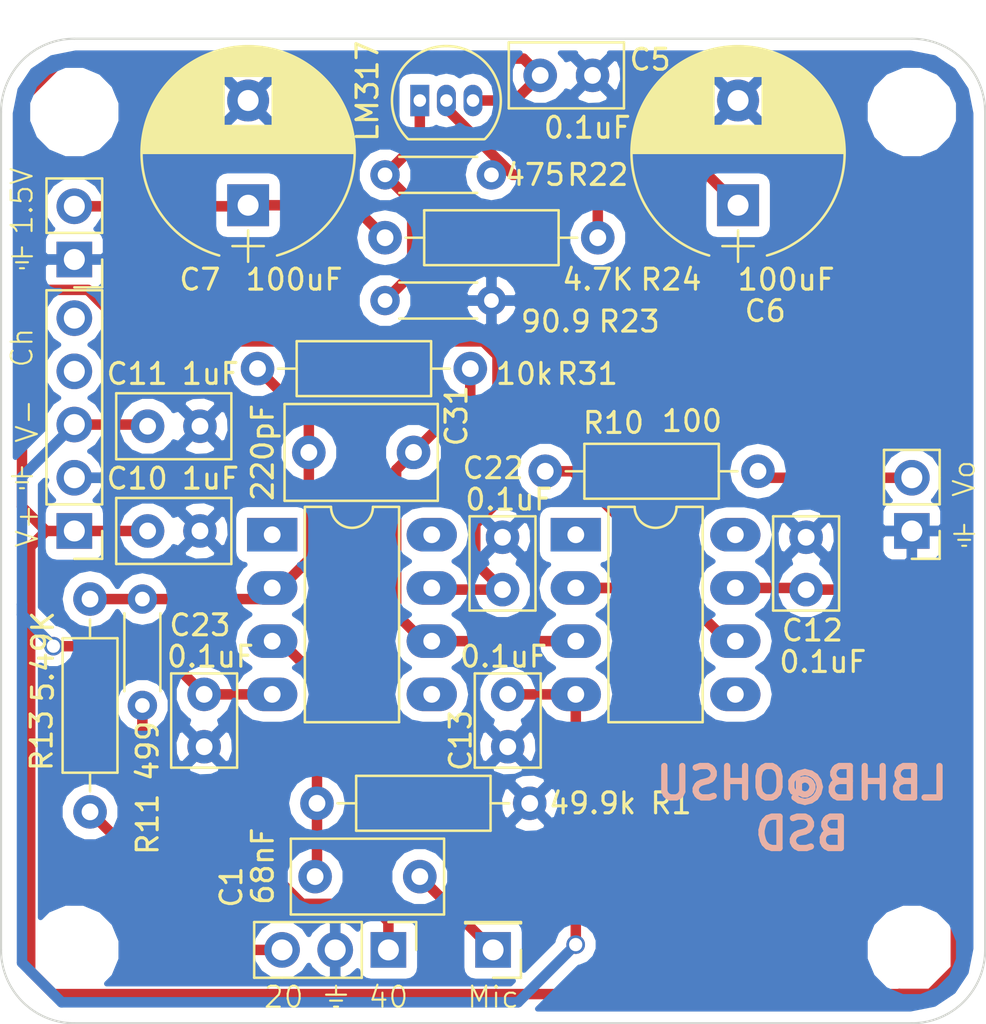
<source format=kicad_pcb>
(kicad_pcb (version 4) (host pcbnew 4.0.7-e2-6376~60~ubuntu17.10.1)

  (general
    (links 49)
    (no_connects 2)
    (area 96.449999 96.449999 143.550001 143.550001)
    (thickness 1.6)
    (drawings 22)
    (tracks 113)
    (zones 0)
    (modules 31)
    (nets 16)
  )

  (page A4)
  (layers
    (0 F.Cu signal)
    (31 B.Cu signal hide)
    (32 B.Adhes user)
    (33 F.Adhes user)
    (34 B.Paste user)
    (35 F.Paste user)
    (36 B.SilkS user)
    (37 F.SilkS user)
    (38 B.Mask user)
    (39 F.Mask user)
    (40 Dwgs.User user)
    (41 Cmts.User user)
    (42 Eco1.User user)
    (43 Eco2.User user)
    (44 Edge.Cuts user)
    (45 Margin user)
    (46 B.CrtYd user hide)
    (47 F.CrtYd user hide)
    (48 B.Fab user hide)
    (49 F.Fab user hide)
  )

  (setup
    (last_trace_width 0.5)
    (trace_clearance 0.25)
    (zone_clearance 0.508)
    (zone_45_only no)
    (trace_min 0.254)
    (segment_width 0.2)
    (edge_width 0.1)
    (via_size 0.889)
    (via_drill 0.635)
    (via_min_size 0.889)
    (via_min_drill 0.508)
    (uvia_size 0.508)
    (uvia_drill 0.127)
    (uvias_allowed no)
    (uvia_min_size 0.508)
    (uvia_min_drill 0.127)
    (pcb_text_width 0.3)
    (pcb_text_size 1.5 1.5)
    (mod_edge_width 0.15)
    (mod_text_size 0.5 0.5)
    (mod_text_width 0.1)
    (pad_size 1.7 1.7)
    (pad_drill 1)
    (pad_to_mask_clearance 0)
    (aux_axis_origin 0 0)
    (visible_elements 7FFFFF7F)
    (pcbplotparams
      (layerselection 0x010f0_80000001)
      (usegerberextensions true)
      (excludeedgelayer true)
      (linewidth 0.100000)
      (plotframeref false)
      (viasonmask false)
      (mode 1)
      (useauxorigin false)
      (hpglpennumber 1)
      (hpglpenspeed 20)
      (hpglpendiameter 15)
      (hpglpenoverlay 2)
      (psnegative false)
      (psa4output false)
      (plotreference true)
      (plotvalue true)
      (plotinvisibletext false)
      (padsonsilk false)
      (subtractmaskfromsilk false)
      (outputformat 1)
      (mirror false)
      (drillshape 0)
      (scaleselection 1)
      (outputdirectory gerber/))
  )

  (net 0 "")
  (net 1 "Net-(C1-Pad1)")
  (net 2 "Net-(C1-Pad2)")
  (net 3 +15V)
  (net 4 GNDA)
  (net 5 "Net-(C6-Pad1)")
  (net 6 "Net-(C7-Pad1)")
  (net 7 -15V)
  (net 8 "Net-(R10-Pad1)")
  (net 9 "Net-(R22-Pad1)")
  (net 10 "Net-(C31-Pad1)")
  (net 11 "Net-(C31-Pad2)")
  (net 12 "Net-(J3-Pad1)")
  (net 13 "Net-(J3-Pad3)")
  (net 14 "Net-(J8-Pad2)")
  (net 15 "Net-(J9-Pad4)")

  (net_class Default "This is the default net class."
    (clearance 0.25)
    (trace_width 0.5)
    (via_dia 0.889)
    (via_drill 0.635)
    (uvia_dia 0.508)
    (uvia_drill 0.127)
    (add_net +15V)
    (add_net -15V)
    (add_net GNDA)
    (add_net "Net-(C1-Pad1)")
    (add_net "Net-(C1-Pad2)")
    (add_net "Net-(C31-Pad1)")
    (add_net "Net-(C31-Pad2)")
    (add_net "Net-(C6-Pad1)")
    (add_net "Net-(C7-Pad1)")
    (add_net "Net-(J3-Pad1)")
    (add_net "Net-(J3-Pad3)")
    (add_net "Net-(J8-Pad2)")
    (add_net "Net-(J9-Pad4)")
    (add_net "Net-(R10-Pad1)")
    (add_net "Net-(R22-Pad1)")
  )

  (module Resistor_THT:R_Axial_DIN0204_L3.6mm_D1.6mm_P5.08mm_Horizontal (layer F.Cu) (tedit 5A1DE37F) (tstamp 5A1FDA1B)
    (at 103.25 128.33 90)
    (descr "Resistor, Axial_DIN0204 series, Axial, Horizontal, pin pitch=5.08mm, 0.16666666666666666W = 1/6W, length*diameter=3.6*1.6mm^2, http://cdn-reichelt.de/documents/datenblatt/B400/1_4W%23YAG.pdf")
    (tags "Resistor Axial_DIN0204 series Axial Horizontal pin pitch 5.08mm 0.16666666666666666W = 1/6W length 3.6mm diameter 1.6mm")
    (path /54E4E89F)
    (fp_text reference R11 (at -5.67 0.25 90) (layer F.SilkS)
      (effects (font (size 1 1) (thickness 0.15)))
    )
    (fp_text value 499 (at -2.17 0.25 90) (layer F.SilkS)
      (effects (font (size 1 1) (thickness 0.15)))
    )
    (fp_text user %R (at 2.54 0 90) (layer F.Fab)
      (effects (font (size 1 1) (thickness 0.15)))
    )
    (fp_line (start 0.74 -0.8) (end 0.74 0.8) (layer F.Fab) (width 0.1))
    (fp_line (start 0.74 0.8) (end 4.34 0.8) (layer F.Fab) (width 0.1))
    (fp_line (start 4.34 0.8) (end 4.34 -0.8) (layer F.Fab) (width 0.1))
    (fp_line (start 4.34 -0.8) (end 0.74 -0.8) (layer F.Fab) (width 0.1))
    (fp_line (start 0 0) (end 0.74 0) (layer F.Fab) (width 0.1))
    (fp_line (start 5.08 0) (end 4.34 0) (layer F.Fab) (width 0.1))
    (fp_line (start 0.68 -0.86) (end 4.4 -0.86) (layer F.SilkS) (width 0.12))
    (fp_line (start 0.68 0.86) (end 4.4 0.86) (layer F.SilkS) (width 0.12))
    (fp_line (start -0.95 -1.15) (end -0.95 1.15) (layer F.CrtYd) (width 0.05))
    (fp_line (start -0.95 1.15) (end 6.05 1.15) (layer F.CrtYd) (width 0.05))
    (fp_line (start 6.05 1.15) (end 6.05 -1.15) (layer F.CrtYd) (width 0.05))
    (fp_line (start 6.05 -1.15) (end -0.95 -1.15) (layer F.CrtYd) (width 0.05))
    (pad 1 thru_hole circle (at 0 0 90) (size 1.4 1.4) (drill 0.7) (layers *.Cu *.Mask)
      (net 12 "Net-(J3-Pad1)"))
    (pad 2 thru_hole oval (at 5.08 0 90) (size 1.4 1.4) (drill 0.7) (layers *.Cu *.Mask)
      (net 11 "Net-(C31-Pad2)"))
    (model ${KISYS3DMOD}/Resistor_THT.3dshapes/R_Axial_DIN0204_L3.6mm_D1.6mm_P5.08mm_Horizontal.wrl
      (at (xyz 0 0 0))
      (scale (xyz 0.393701 0.393701 0.393701))
      (rotate (xyz 0 0 0))
    )
  )

  (module Resistor_THT:R_Axial_DIN0207_L6.3mm_D2.5mm_P10.16mm_Horizontal (layer F.Cu) (tedit 5A1DE375) (tstamp 5A1FC9B7)
    (at 100.75 133.41 90)
    (descr "Resistor, Axial_DIN0207 series, Axial, Horizontal, pin pitch=10.16mm, 0.25W = 1/4W, length*diameter=6.3*2.5mm^2, http://cdn-reichelt.de/documents/datenblatt/B400/1_4W%23YAG.pdf")
    (tags "Resistor Axial_DIN0207 series Axial Horizontal pin pitch 10.16mm 0.25W = 1/4W length 6.3mm diameter 2.5mm")
    (path /54E4E7CA)
    (fp_text reference R13 (at 3.41 -2.31 90) (layer F.SilkS)
      (effects (font (size 1 1) (thickness 0.15)))
    )
    (fp_text value 5.49K (at 7.41 -2.25 90) (layer F.SilkS)
      (effects (font (size 1 1) (thickness 0.15)))
    )
    (fp_text user %R (at 5.08 0 90) (layer F.Fab) hide
      (effects (font (size 1 1) (thickness 0.15)))
    )
    (fp_line (start 1.93 -1.25) (end 1.93 1.25) (layer F.Fab) (width 0.1))
    (fp_line (start 1.93 1.25) (end 8.23 1.25) (layer F.Fab) (width 0.1))
    (fp_line (start 8.23 1.25) (end 8.23 -1.25) (layer F.Fab) (width 0.1))
    (fp_line (start 8.23 -1.25) (end 1.93 -1.25) (layer F.Fab) (width 0.1))
    (fp_line (start 0 0) (end 1.93 0) (layer F.Fab) (width 0.1))
    (fp_line (start 10.16 0) (end 8.23 0) (layer F.Fab) (width 0.1))
    (fp_line (start 1.87 -1.31) (end 1.87 1.31) (layer F.SilkS) (width 0.12))
    (fp_line (start 1.87 1.31) (end 8.29 1.31) (layer F.SilkS) (width 0.12))
    (fp_line (start 8.29 1.31) (end 8.29 -1.31) (layer F.SilkS) (width 0.12))
    (fp_line (start 8.29 -1.31) (end 1.87 -1.31) (layer F.SilkS) (width 0.12))
    (fp_line (start 0.98 0) (end 1.87 0) (layer F.SilkS) (width 0.12))
    (fp_line (start 9.18 0) (end 8.29 0) (layer F.SilkS) (width 0.12))
    (fp_line (start -1.05 -1.6) (end -1.05 1.6) (layer F.CrtYd) (width 0.05))
    (fp_line (start -1.05 1.6) (end 11.25 1.6) (layer F.CrtYd) (width 0.05))
    (fp_line (start 11.25 1.6) (end 11.25 -1.6) (layer F.CrtYd) (width 0.05))
    (fp_line (start 11.25 -1.6) (end -1.05 -1.6) (layer F.CrtYd) (width 0.05))
    (pad 1 thru_hole circle (at 0 0 90) (size 1.6 1.6) (drill 0.8) (layers *.Cu *.Mask)
      (net 13 "Net-(J3-Pad3)"))
    (pad 2 thru_hole oval (at 10.16 0 90) (size 1.6 1.6) (drill 0.8) (layers *.Cu *.Mask)
      (net 11 "Net-(C31-Pad2)"))
    (model ${KISYS3DMOD}/Resistor_THT.3dshapes/R_Axial_DIN0207_L6.3mm_D2.5mm_P10.16mm_Horizontal.wrl
      (at (xyz 0 0 0))
      (scale (xyz 0.393701 0.393701 0.393701))
      (rotate (xyz 0 0 0))
    )
  )

  (module Capacitor_THT:C_Rect_L7.2mm_W3.5mm_P5.00mm_FKS2_FKP2_MKS2_MKP2 (layer F.Cu) (tedit 5A1DE3A6) (tstamp 5A1FC932)
    (at 111.5 136.5)
    (descr "C, Rect series, Radial, pin pitch=5.00mm, length*width=7.2*3.5mm^2, Capacitor, http://www.wima.com/EN/WIMA_FKS_2.pdf")
    (tags "C Rect series Radial pin pitch 5.00mm  length 7.2mm width 3.5mm Capacitor")
    (path /54E4D9AA)
    (fp_text reference C1 (at -4 0.5 90) (layer F.SilkS)
      (effects (font (size 1 1) (thickness 0.15)))
    )
    (fp_text value 68nF (at -2.5 -0.5 90) (layer F.SilkS)
      (effects (font (size 1 1) (thickness 0.15)))
    )
    (fp_line (start -1.1 -1.75) (end -1.1 1.75) (layer F.Fab) (width 0.1))
    (fp_line (start -1.1 1.75) (end 6.1 1.75) (layer F.Fab) (width 0.1))
    (fp_line (start 6.1 1.75) (end 6.1 -1.75) (layer F.Fab) (width 0.1))
    (fp_line (start 6.1 -1.75) (end -1.1 -1.75) (layer F.Fab) (width 0.1))
    (fp_line (start -1.16 -1.81) (end 6.16 -1.81) (layer F.SilkS) (width 0.12))
    (fp_line (start -1.16 1.81) (end 6.16 1.81) (layer F.SilkS) (width 0.12))
    (fp_line (start -1.16 -1.81) (end -1.16 1.81) (layer F.SilkS) (width 0.12))
    (fp_line (start 6.16 -1.81) (end 6.16 1.81) (layer F.SilkS) (width 0.12))
    (fp_line (start -1.45 -2.1) (end -1.45 2.1) (layer F.CrtYd) (width 0.05))
    (fp_line (start -1.45 2.1) (end 6.45 2.1) (layer F.CrtYd) (width 0.05))
    (fp_line (start 6.45 2.1) (end 6.45 -2.1) (layer F.CrtYd) (width 0.05))
    (fp_line (start 6.45 -2.1) (end -1.45 -2.1) (layer F.CrtYd) (width 0.05))
    (fp_text user %R (at 2.5 -1.5) (layer F.Fab)
      (effects (font (size 1 1) (thickness 0.15)))
    )
    (pad 1 thru_hole circle (at 0 0) (size 1.6 1.6) (drill 0.8) (layers *.Cu *.Mask)
      (net 1 "Net-(C1-Pad1)"))
    (pad 2 thru_hole circle (at 5 0) (size 1.6 1.6) (drill 0.8) (layers *.Cu *.Mask)
      (net 2 "Net-(C1-Pad2)"))
    (model ${KISYS3DMOD}/Capacitor_THT.3dshapes/C_Rect_L7.2mm_W3.5mm_P5.00mm_FKS2_FKP2_MKS2_MKP2.wrl
      (at (xyz 0 0 0))
      (scale (xyz 1 1 1))
      (rotate (xyz 0 0 0))
    )
  )

  (module custom:C_Rect_L5.5mm_W3.15mm_P2.50mm (layer F.Cu) (tedit 5A1DE2B1) (tstamp 5A1FC938)
    (at 123.5 98.25)
    (path /54E4C5E6)
    (fp_text reference C5 (at 4 -0.75) (layer F.SilkS)
      (effects (font (size 1 1) (thickness 0.15)))
    )
    (fp_text value 0.1uF (at 1 2.5) (layer F.SilkS)
      (effects (font (size 1 1) (thickness 0.15)))
    )
    (fp_line (start -2.75 1.575) (end 2.75 1.575) (layer F.SilkS) (width 0.12))
    (fp_line (start -2.75 -1.575) (end -2.75 1.575) (layer F.SilkS) (width 0.12))
    (fp_line (start 2.75 -1.575) (end 2.75 1.575) (layer F.SilkS) (width 0.12))
    (fp_text user %R (at 0.25 -2.25) (layer F.Fab)
      (effects (font (size 1 1) (thickness 0.15)))
    )
    (fp_line (start -2.75 -1.575) (end 2.75 -1.575) (layer F.SilkS) (width 0.12))
    (pad 1 thru_hole circle (at -1.25 0) (size 1.6 1.6) (drill 0.8) (layers *.Cu *.Mask)
      (net 3 +15V))
    (pad 2 thru_hole circle (at 1.25 0) (size 1.6 1.6) (drill 0.8) (layers *.Cu *.Mask)
      (net 4 GNDA))
    (model ${KISYS3DMOD}/Capacitor_THT.3dshapes/C_Rect_L7.5mm_W6.5mm_P5.00mm.wrl
      (at (xyz 0 0 0))
      (scale (xyz 1 1 1))
      (rotate (xyz 0 0 0))
    )
  )

  (module Capacitor_THT:CP_Radial_D10.0mm_P5.00mm (layer F.Cu) (tedit 5A1DE28F) (tstamp 5A1FC93E)
    (at 131.7 104.45 90)
    (descr "CP, Radial series, Radial, pin pitch=5.00mm, diameter=10mm, Electrolytic Capacitor")
    (tags "CP Radial series Radial pin pitch 5.00mm  diameter 10mm Electrolytic Capacitor")
    (path /54E4C692)
    (fp_text reference C6 (at -5.05 1.3 180) (layer F.SilkS)
      (effects (font (size 1 1) (thickness 0.15)))
    )
    (fp_text value 100uF (at -3.55 2.3 180) (layer F.SilkS)
      (effects (font (size 1 1) (thickness 0.15)))
    )
    (fp_arc (start 2.5 0) (end -2.399357 -1.38) (angle 148.5) (layer F.SilkS) (width 0.12))
    (fp_arc (start 2.5 0) (end -2.399357 1.38) (angle -148.5) (layer F.SilkS) (width 0.12))
    (fp_arc (start 2.5 0) (end 7.399357 -1.38) (angle 31.5) (layer F.SilkS) (width 0.12))
    (fp_circle (center 2.5 0) (end 7.5 0) (layer F.Fab) (width 0.1))
    (fp_line (start -2.7 0) (end -1.2 0) (layer F.Fab) (width 0.1))
    (fp_line (start -1.95 -0.75) (end -1.95 0.75) (layer F.Fab) (width 0.1))
    (fp_line (start 2.5 -5.05) (end 2.5 5.05) (layer F.SilkS) (width 0.12))
    (fp_line (start 2.54 -5.05) (end 2.54 5.05) (layer F.SilkS) (width 0.12))
    (fp_line (start 2.58 -5.05) (end 2.58 5.05) (layer F.SilkS) (width 0.12))
    (fp_line (start 2.62 -5.049) (end 2.62 5.049) (layer F.SilkS) (width 0.12))
    (fp_line (start 2.66 -5.048) (end 2.66 5.048) (layer F.SilkS) (width 0.12))
    (fp_line (start 2.7 -5.047) (end 2.7 5.047) (layer F.SilkS) (width 0.12))
    (fp_line (start 2.74 -5.045) (end 2.74 5.045) (layer F.SilkS) (width 0.12))
    (fp_line (start 2.78 -5.043) (end 2.78 5.043) (layer F.SilkS) (width 0.12))
    (fp_line (start 2.82 -5.04) (end 2.82 5.04) (layer F.SilkS) (width 0.12))
    (fp_line (start 2.86 -5.038) (end 2.86 5.038) (layer F.SilkS) (width 0.12))
    (fp_line (start 2.9 -5.035) (end 2.9 5.035) (layer F.SilkS) (width 0.12))
    (fp_line (start 2.94 -5.031) (end 2.94 5.031) (layer F.SilkS) (width 0.12))
    (fp_line (start 2.98 -5.028) (end 2.98 5.028) (layer F.SilkS) (width 0.12))
    (fp_line (start 3.02 -5.024) (end 3.02 5.024) (layer F.SilkS) (width 0.12))
    (fp_line (start 3.06 -5.02) (end 3.06 5.02) (layer F.SilkS) (width 0.12))
    (fp_line (start 3.1 -5.015) (end 3.1 5.015) (layer F.SilkS) (width 0.12))
    (fp_line (start 3.14 -5.01) (end 3.14 5.01) (layer F.SilkS) (width 0.12))
    (fp_line (start 3.18 -5.005) (end 3.18 5.005) (layer F.SilkS) (width 0.12))
    (fp_line (start 3.221 -4.999) (end 3.221 4.999) (layer F.SilkS) (width 0.12))
    (fp_line (start 3.261 -4.993) (end 3.261 4.993) (layer F.SilkS) (width 0.12))
    (fp_line (start 3.301 -4.987) (end 3.301 4.987) (layer F.SilkS) (width 0.12))
    (fp_line (start 3.341 -4.981) (end 3.341 4.981) (layer F.SilkS) (width 0.12))
    (fp_line (start 3.381 -4.974) (end 3.381 4.974) (layer F.SilkS) (width 0.12))
    (fp_line (start 3.421 -4.967) (end 3.421 4.967) (layer F.SilkS) (width 0.12))
    (fp_line (start 3.461 -4.959) (end 3.461 4.959) (layer F.SilkS) (width 0.12))
    (fp_line (start 3.501 -4.951) (end 3.501 4.951) (layer F.SilkS) (width 0.12))
    (fp_line (start 3.541 -4.943) (end 3.541 4.943) (layer F.SilkS) (width 0.12))
    (fp_line (start 3.581 -4.935) (end 3.581 4.935) (layer F.SilkS) (width 0.12))
    (fp_line (start 3.621 -4.926) (end 3.621 4.926) (layer F.SilkS) (width 0.12))
    (fp_line (start 3.661 -4.917) (end 3.661 4.917) (layer F.SilkS) (width 0.12))
    (fp_line (start 3.701 -4.907) (end 3.701 4.907) (layer F.SilkS) (width 0.12))
    (fp_line (start 3.741 -4.897) (end 3.741 4.897) (layer F.SilkS) (width 0.12))
    (fp_line (start 3.781 -4.887) (end 3.781 4.887) (layer F.SilkS) (width 0.12))
    (fp_line (start 3.821 -4.876) (end 3.821 -1.181) (layer F.SilkS) (width 0.12))
    (fp_line (start 3.821 1.181) (end 3.821 4.876) (layer F.SilkS) (width 0.12))
    (fp_line (start 3.861 -4.865) (end 3.861 -1.181) (layer F.SilkS) (width 0.12))
    (fp_line (start 3.861 1.181) (end 3.861 4.865) (layer F.SilkS) (width 0.12))
    (fp_line (start 3.901 -4.854) (end 3.901 -1.181) (layer F.SilkS) (width 0.12))
    (fp_line (start 3.901 1.181) (end 3.901 4.854) (layer F.SilkS) (width 0.12))
    (fp_line (start 3.941 -4.843) (end 3.941 -1.181) (layer F.SilkS) (width 0.12))
    (fp_line (start 3.941 1.181) (end 3.941 4.843) (layer F.SilkS) (width 0.12))
    (fp_line (start 3.981 -4.831) (end 3.981 -1.181) (layer F.SilkS) (width 0.12))
    (fp_line (start 3.981 1.181) (end 3.981 4.831) (layer F.SilkS) (width 0.12))
    (fp_line (start 4.021 -4.818) (end 4.021 -1.181) (layer F.SilkS) (width 0.12))
    (fp_line (start 4.021 1.181) (end 4.021 4.818) (layer F.SilkS) (width 0.12))
    (fp_line (start 4.061 -4.806) (end 4.061 -1.181) (layer F.SilkS) (width 0.12))
    (fp_line (start 4.061 1.181) (end 4.061 4.806) (layer F.SilkS) (width 0.12))
    (fp_line (start 4.101 -4.792) (end 4.101 -1.181) (layer F.SilkS) (width 0.12))
    (fp_line (start 4.101 1.181) (end 4.101 4.792) (layer F.SilkS) (width 0.12))
    (fp_line (start 4.141 -4.779) (end 4.141 -1.181) (layer F.SilkS) (width 0.12))
    (fp_line (start 4.141 1.181) (end 4.141 4.779) (layer F.SilkS) (width 0.12))
    (fp_line (start 4.181 -4.765) (end 4.181 -1.181) (layer F.SilkS) (width 0.12))
    (fp_line (start 4.181 1.181) (end 4.181 4.765) (layer F.SilkS) (width 0.12))
    (fp_line (start 4.221 -4.751) (end 4.221 -1.181) (layer F.SilkS) (width 0.12))
    (fp_line (start 4.221 1.181) (end 4.221 4.751) (layer F.SilkS) (width 0.12))
    (fp_line (start 4.261 -4.737) (end 4.261 -1.181) (layer F.SilkS) (width 0.12))
    (fp_line (start 4.261 1.181) (end 4.261 4.737) (layer F.SilkS) (width 0.12))
    (fp_line (start 4.301 -4.722) (end 4.301 -1.181) (layer F.SilkS) (width 0.12))
    (fp_line (start 4.301 1.181) (end 4.301 4.722) (layer F.SilkS) (width 0.12))
    (fp_line (start 4.341 -4.706) (end 4.341 -1.181) (layer F.SilkS) (width 0.12))
    (fp_line (start 4.341 1.181) (end 4.341 4.706) (layer F.SilkS) (width 0.12))
    (fp_line (start 4.381 -4.691) (end 4.381 -1.181) (layer F.SilkS) (width 0.12))
    (fp_line (start 4.381 1.181) (end 4.381 4.691) (layer F.SilkS) (width 0.12))
    (fp_line (start 4.421 -4.674) (end 4.421 -1.181) (layer F.SilkS) (width 0.12))
    (fp_line (start 4.421 1.181) (end 4.421 4.674) (layer F.SilkS) (width 0.12))
    (fp_line (start 4.461 -4.658) (end 4.461 -1.181) (layer F.SilkS) (width 0.12))
    (fp_line (start 4.461 1.181) (end 4.461 4.658) (layer F.SilkS) (width 0.12))
    (fp_line (start 4.501 -4.641) (end 4.501 -1.181) (layer F.SilkS) (width 0.12))
    (fp_line (start 4.501 1.181) (end 4.501 4.641) (layer F.SilkS) (width 0.12))
    (fp_line (start 4.541 -4.624) (end 4.541 -1.181) (layer F.SilkS) (width 0.12))
    (fp_line (start 4.541 1.181) (end 4.541 4.624) (layer F.SilkS) (width 0.12))
    (fp_line (start 4.581 -4.606) (end 4.581 -1.181) (layer F.SilkS) (width 0.12))
    (fp_line (start 4.581 1.181) (end 4.581 4.606) (layer F.SilkS) (width 0.12))
    (fp_line (start 4.621 -4.588) (end 4.621 -1.181) (layer F.SilkS) (width 0.12))
    (fp_line (start 4.621 1.181) (end 4.621 4.588) (layer F.SilkS) (width 0.12))
    (fp_line (start 4.661 -4.569) (end 4.661 -1.181) (layer F.SilkS) (width 0.12))
    (fp_line (start 4.661 1.181) (end 4.661 4.569) (layer F.SilkS) (width 0.12))
    (fp_line (start 4.701 -4.55) (end 4.701 -1.181) (layer F.SilkS) (width 0.12))
    (fp_line (start 4.701 1.181) (end 4.701 4.55) (layer F.SilkS) (width 0.12))
    (fp_line (start 4.741 -4.531) (end 4.741 -1.181) (layer F.SilkS) (width 0.12))
    (fp_line (start 4.741 1.181) (end 4.741 4.531) (layer F.SilkS) (width 0.12))
    (fp_line (start 4.781 -4.511) (end 4.781 -1.181) (layer F.SilkS) (width 0.12))
    (fp_line (start 4.781 1.181) (end 4.781 4.511) (layer F.SilkS) (width 0.12))
    (fp_line (start 4.821 -4.491) (end 4.821 -1.181) (layer F.SilkS) (width 0.12))
    (fp_line (start 4.821 1.181) (end 4.821 4.491) (layer F.SilkS) (width 0.12))
    (fp_line (start 4.861 -4.47) (end 4.861 -1.181) (layer F.SilkS) (width 0.12))
    (fp_line (start 4.861 1.181) (end 4.861 4.47) (layer F.SilkS) (width 0.12))
    (fp_line (start 4.901 -4.449) (end 4.901 -1.181) (layer F.SilkS) (width 0.12))
    (fp_line (start 4.901 1.181) (end 4.901 4.449) (layer F.SilkS) (width 0.12))
    (fp_line (start 4.941 -4.428) (end 4.941 -1.181) (layer F.SilkS) (width 0.12))
    (fp_line (start 4.941 1.181) (end 4.941 4.428) (layer F.SilkS) (width 0.12))
    (fp_line (start 4.981 -4.405) (end 4.981 -1.181) (layer F.SilkS) (width 0.12))
    (fp_line (start 4.981 1.181) (end 4.981 4.405) (layer F.SilkS) (width 0.12))
    (fp_line (start 5.021 -4.383) (end 5.021 -1.181) (layer F.SilkS) (width 0.12))
    (fp_line (start 5.021 1.181) (end 5.021 4.383) (layer F.SilkS) (width 0.12))
    (fp_line (start 5.061 -4.36) (end 5.061 -1.181) (layer F.SilkS) (width 0.12))
    (fp_line (start 5.061 1.181) (end 5.061 4.36) (layer F.SilkS) (width 0.12))
    (fp_line (start 5.101 -4.336) (end 5.101 -1.181) (layer F.SilkS) (width 0.12))
    (fp_line (start 5.101 1.181) (end 5.101 4.336) (layer F.SilkS) (width 0.12))
    (fp_line (start 5.141 -4.312) (end 5.141 -1.181) (layer F.SilkS) (width 0.12))
    (fp_line (start 5.141 1.181) (end 5.141 4.312) (layer F.SilkS) (width 0.12))
    (fp_line (start 5.181 -4.288) (end 5.181 -1.181) (layer F.SilkS) (width 0.12))
    (fp_line (start 5.181 1.181) (end 5.181 4.288) (layer F.SilkS) (width 0.12))
    (fp_line (start 5.221 -4.263) (end 5.221 -1.181) (layer F.SilkS) (width 0.12))
    (fp_line (start 5.221 1.181) (end 5.221 4.263) (layer F.SilkS) (width 0.12))
    (fp_line (start 5.261 -4.237) (end 5.261 -1.181) (layer F.SilkS) (width 0.12))
    (fp_line (start 5.261 1.181) (end 5.261 4.237) (layer F.SilkS) (width 0.12))
    (fp_line (start 5.301 -4.211) (end 5.301 -1.181) (layer F.SilkS) (width 0.12))
    (fp_line (start 5.301 1.181) (end 5.301 4.211) (layer F.SilkS) (width 0.12))
    (fp_line (start 5.341 -4.185) (end 5.341 -1.181) (layer F.SilkS) (width 0.12))
    (fp_line (start 5.341 1.181) (end 5.341 4.185) (layer F.SilkS) (width 0.12))
    (fp_line (start 5.381 -4.157) (end 5.381 -1.181) (layer F.SilkS) (width 0.12))
    (fp_line (start 5.381 1.181) (end 5.381 4.157) (layer F.SilkS) (width 0.12))
    (fp_line (start 5.421 -4.13) (end 5.421 -1.181) (layer F.SilkS) (width 0.12))
    (fp_line (start 5.421 1.181) (end 5.421 4.13) (layer F.SilkS) (width 0.12))
    (fp_line (start 5.461 -4.101) (end 5.461 -1.181) (layer F.SilkS) (width 0.12))
    (fp_line (start 5.461 1.181) (end 5.461 4.101) (layer F.SilkS) (width 0.12))
    (fp_line (start 5.501 -4.072) (end 5.501 -1.181) (layer F.SilkS) (width 0.12))
    (fp_line (start 5.501 1.181) (end 5.501 4.072) (layer F.SilkS) (width 0.12))
    (fp_line (start 5.541 -4.043) (end 5.541 -1.181) (layer F.SilkS) (width 0.12))
    (fp_line (start 5.541 1.181) (end 5.541 4.043) (layer F.SilkS) (width 0.12))
    (fp_line (start 5.581 -4.013) (end 5.581 -1.181) (layer F.SilkS) (width 0.12))
    (fp_line (start 5.581 1.181) (end 5.581 4.013) (layer F.SilkS) (width 0.12))
    (fp_line (start 5.621 -3.982) (end 5.621 -1.181) (layer F.SilkS) (width 0.12))
    (fp_line (start 5.621 1.181) (end 5.621 3.982) (layer F.SilkS) (width 0.12))
    (fp_line (start 5.661 -3.951) (end 5.661 -1.181) (layer F.SilkS) (width 0.12))
    (fp_line (start 5.661 1.181) (end 5.661 3.951) (layer F.SilkS) (width 0.12))
    (fp_line (start 5.701 -3.919) (end 5.701 -1.181) (layer F.SilkS) (width 0.12))
    (fp_line (start 5.701 1.181) (end 5.701 3.919) (layer F.SilkS) (width 0.12))
    (fp_line (start 5.741 -3.886) (end 5.741 -1.181) (layer F.SilkS) (width 0.12))
    (fp_line (start 5.741 1.181) (end 5.741 3.886) (layer F.SilkS) (width 0.12))
    (fp_line (start 5.781 -3.853) (end 5.781 -1.181) (layer F.SilkS) (width 0.12))
    (fp_line (start 5.781 1.181) (end 5.781 3.853) (layer F.SilkS) (width 0.12))
    (fp_line (start 5.821 -3.819) (end 5.821 -1.181) (layer F.SilkS) (width 0.12))
    (fp_line (start 5.821 1.181) (end 5.821 3.819) (layer F.SilkS) (width 0.12))
    (fp_line (start 5.861 -3.784) (end 5.861 -1.181) (layer F.SilkS) (width 0.12))
    (fp_line (start 5.861 1.181) (end 5.861 3.784) (layer F.SilkS) (width 0.12))
    (fp_line (start 5.901 -3.748) (end 5.901 -1.181) (layer F.SilkS) (width 0.12))
    (fp_line (start 5.901 1.181) (end 5.901 3.748) (layer F.SilkS) (width 0.12))
    (fp_line (start 5.941 -3.712) (end 5.941 -1.181) (layer F.SilkS) (width 0.12))
    (fp_line (start 5.941 1.181) (end 5.941 3.712) (layer F.SilkS) (width 0.12))
    (fp_line (start 5.981 -3.675) (end 5.981 -1.181) (layer F.SilkS) (width 0.12))
    (fp_line (start 5.981 1.181) (end 5.981 3.675) (layer F.SilkS) (width 0.12))
    (fp_line (start 6.021 -3.637) (end 6.021 -1.181) (layer F.SilkS) (width 0.12))
    (fp_line (start 6.021 1.181) (end 6.021 3.637) (layer F.SilkS) (width 0.12))
    (fp_line (start 6.061 -3.598) (end 6.061 -1.181) (layer F.SilkS) (width 0.12))
    (fp_line (start 6.061 1.181) (end 6.061 3.598) (layer F.SilkS) (width 0.12))
    (fp_line (start 6.101 -3.559) (end 6.101 -1.181) (layer F.SilkS) (width 0.12))
    (fp_line (start 6.101 1.181) (end 6.101 3.559) (layer F.SilkS) (width 0.12))
    (fp_line (start 6.141 -3.518) (end 6.141 -1.181) (layer F.SilkS) (width 0.12))
    (fp_line (start 6.141 1.181) (end 6.141 3.518) (layer F.SilkS) (width 0.12))
    (fp_line (start 6.181 -3.477) (end 6.181 3.477) (layer F.SilkS) (width 0.12))
    (fp_line (start 6.221 -3.435) (end 6.221 3.435) (layer F.SilkS) (width 0.12))
    (fp_line (start 6.261 -3.391) (end 6.261 3.391) (layer F.SilkS) (width 0.12))
    (fp_line (start 6.301 -3.347) (end 6.301 3.347) (layer F.SilkS) (width 0.12))
    (fp_line (start 6.341 -3.302) (end 6.341 3.302) (layer F.SilkS) (width 0.12))
    (fp_line (start 6.381 -3.255) (end 6.381 3.255) (layer F.SilkS) (width 0.12))
    (fp_line (start 6.421 -3.207) (end 6.421 3.207) (layer F.SilkS) (width 0.12))
    (fp_line (start 6.461 -3.158) (end 6.461 3.158) (layer F.SilkS) (width 0.12))
    (fp_line (start 6.501 -3.108) (end 6.501 3.108) (layer F.SilkS) (width 0.12))
    (fp_line (start 6.541 -3.057) (end 6.541 3.057) (layer F.SilkS) (width 0.12))
    (fp_line (start 6.581 -3.004) (end 6.581 3.004) (layer F.SilkS) (width 0.12))
    (fp_line (start 6.621 -2.949) (end 6.621 2.949) (layer F.SilkS) (width 0.12))
    (fp_line (start 6.661 -2.894) (end 6.661 2.894) (layer F.SilkS) (width 0.12))
    (fp_line (start 6.701 -2.836) (end 6.701 2.836) (layer F.SilkS) (width 0.12))
    (fp_line (start 6.741 -2.777) (end 6.741 2.777) (layer F.SilkS) (width 0.12))
    (fp_line (start 6.781 -2.715) (end 6.781 2.715) (layer F.SilkS) (width 0.12))
    (fp_line (start 6.821 -2.652) (end 6.821 2.652) (layer F.SilkS) (width 0.12))
    (fp_line (start 6.861 -2.587) (end 6.861 2.587) (layer F.SilkS) (width 0.12))
    (fp_line (start 6.901 -2.519) (end 6.901 2.519) (layer F.SilkS) (width 0.12))
    (fp_line (start 6.941 -2.449) (end 6.941 2.449) (layer F.SilkS) (width 0.12))
    (fp_line (start 6.981 -2.377) (end 6.981 2.377) (layer F.SilkS) (width 0.12))
    (fp_line (start 7.021 -2.301) (end 7.021 2.301) (layer F.SilkS) (width 0.12))
    (fp_line (start 7.061 -2.222) (end 7.061 2.222) (layer F.SilkS) (width 0.12))
    (fp_line (start 7.101 -2.14) (end 7.101 2.14) (layer F.SilkS) (width 0.12))
    (fp_line (start 7.141 -2.053) (end 7.141 2.053) (layer F.SilkS) (width 0.12))
    (fp_line (start 7.181 -1.962) (end 7.181 1.962) (layer F.SilkS) (width 0.12))
    (fp_line (start 7.221 -1.866) (end 7.221 1.866) (layer F.SilkS) (width 0.12))
    (fp_line (start 7.261 -1.763) (end 7.261 1.763) (layer F.SilkS) (width 0.12))
    (fp_line (start 7.301 -1.654) (end 7.301 1.654) (layer F.SilkS) (width 0.12))
    (fp_line (start 7.341 -1.536) (end 7.341 1.536) (layer F.SilkS) (width 0.12))
    (fp_line (start 7.381 -1.407) (end 7.381 1.407) (layer F.SilkS) (width 0.12))
    (fp_line (start 7.421 -1.265) (end 7.421 1.265) (layer F.SilkS) (width 0.12))
    (fp_line (start 7.461 -1.104) (end 7.461 1.104) (layer F.SilkS) (width 0.12))
    (fp_line (start 7.501 -0.913) (end 7.501 0.913) (layer F.SilkS) (width 0.12))
    (fp_line (start 7.541 -0.672) (end 7.541 0.672) (layer F.SilkS) (width 0.12))
    (fp_line (start 7.581 -0.279) (end 7.581 0.279) (layer F.SilkS) (width 0.12))
    (fp_line (start -2.7 0) (end -1.2 0) (layer F.SilkS) (width 0.12))
    (fp_line (start -1.95 -0.75) (end -1.95 0.75) (layer F.SilkS) (width 0.12))
    (fp_line (start -2.85 -5.35) (end -2.85 5.35) (layer F.CrtYd) (width 0.05))
    (fp_line (start -2.85 5.35) (end 7.85 5.35) (layer F.CrtYd) (width 0.05))
    (fp_line (start 7.85 5.35) (end 7.85 -5.35) (layer F.CrtYd) (width 0.05))
    (fp_line (start 7.85 -5.35) (end -2.85 -5.35) (layer F.CrtYd) (width 0.05))
    (fp_text user %R (at 2.5 0 90) (layer F.Fab)
      (effects (font (size 1 1) (thickness 0.15)))
    )
    (pad 1 thru_hole rect (at 0 0 90) (size 2 2) (drill 1) (layers *.Cu *.Mask)
      (net 5 "Net-(C6-Pad1)"))
    (pad 2 thru_hole circle (at 5 0 90) (size 2 2) (drill 1) (layers *.Cu *.Mask)
      (net 4 GNDA))
    (model ${KISYS3DMOD}/Capacitor_THT.3dshapes/CP_Radial_D10.0mm_P5.00mm.wrl
      (at (xyz 0 0 0))
      (scale (xyz 1 1 1))
      (rotate (xyz 0 0 0))
    )
  )

  (module Capacitor_THT:CP_Radial_D10.0mm_P5.00mm (layer F.Cu) (tedit 5A1DE2A0) (tstamp 5A1FC944)
    (at 108.3 104.45 90)
    (descr "CP, Radial series, Radial, pin pitch=5.00mm, diameter=10mm, Electrolytic Capacitor")
    (tags "CP Radial series Radial pin pitch 5.00mm  diameter 10mm Electrolytic Capacitor")
    (path /54E4C7AB)
    (fp_text reference C7 (at -3.55 -2.3 180) (layer F.SilkS)
      (effects (font (size 1 1) (thickness 0.15)))
    )
    (fp_text value 100uF (at -3.55 2.2 180) (layer F.SilkS)
      (effects (font (size 1 1) (thickness 0.15)))
    )
    (fp_arc (start 2.5 0) (end -2.399357 -1.38) (angle 148.5) (layer F.SilkS) (width 0.12))
    (fp_arc (start 2.5 0) (end -2.399357 1.38) (angle -148.5) (layer F.SilkS) (width 0.12))
    (fp_arc (start 2.5 0) (end 7.399357 -1.38) (angle 31.5) (layer F.SilkS) (width 0.12))
    (fp_circle (center 2.5 0) (end 7.5 0) (layer F.Fab) (width 0.1))
    (fp_line (start -2.7 0) (end -1.2 0) (layer F.Fab) (width 0.1))
    (fp_line (start -1.95 -0.75) (end -1.95 0.75) (layer F.Fab) (width 0.1))
    (fp_line (start 2.5 -5.05) (end 2.5 5.05) (layer F.SilkS) (width 0.12))
    (fp_line (start 2.54 -5.05) (end 2.54 5.05) (layer F.SilkS) (width 0.12))
    (fp_line (start 2.58 -5.05) (end 2.58 5.05) (layer F.SilkS) (width 0.12))
    (fp_line (start 2.62 -5.049) (end 2.62 5.049) (layer F.SilkS) (width 0.12))
    (fp_line (start 2.66 -5.048) (end 2.66 5.048) (layer F.SilkS) (width 0.12))
    (fp_line (start 2.7 -5.047) (end 2.7 5.047) (layer F.SilkS) (width 0.12))
    (fp_line (start 2.74 -5.045) (end 2.74 5.045) (layer F.SilkS) (width 0.12))
    (fp_line (start 2.78 -5.043) (end 2.78 5.043) (layer F.SilkS) (width 0.12))
    (fp_line (start 2.82 -5.04) (end 2.82 5.04) (layer F.SilkS) (width 0.12))
    (fp_line (start 2.86 -5.038) (end 2.86 5.038) (layer F.SilkS) (width 0.12))
    (fp_line (start 2.9 -5.035) (end 2.9 5.035) (layer F.SilkS) (width 0.12))
    (fp_line (start 2.94 -5.031) (end 2.94 5.031) (layer F.SilkS) (width 0.12))
    (fp_line (start 2.98 -5.028) (end 2.98 5.028) (layer F.SilkS) (width 0.12))
    (fp_line (start 3.02 -5.024) (end 3.02 5.024) (layer F.SilkS) (width 0.12))
    (fp_line (start 3.06 -5.02) (end 3.06 5.02) (layer F.SilkS) (width 0.12))
    (fp_line (start 3.1 -5.015) (end 3.1 5.015) (layer F.SilkS) (width 0.12))
    (fp_line (start 3.14 -5.01) (end 3.14 5.01) (layer F.SilkS) (width 0.12))
    (fp_line (start 3.18 -5.005) (end 3.18 5.005) (layer F.SilkS) (width 0.12))
    (fp_line (start 3.221 -4.999) (end 3.221 4.999) (layer F.SilkS) (width 0.12))
    (fp_line (start 3.261 -4.993) (end 3.261 4.993) (layer F.SilkS) (width 0.12))
    (fp_line (start 3.301 -4.987) (end 3.301 4.987) (layer F.SilkS) (width 0.12))
    (fp_line (start 3.341 -4.981) (end 3.341 4.981) (layer F.SilkS) (width 0.12))
    (fp_line (start 3.381 -4.974) (end 3.381 4.974) (layer F.SilkS) (width 0.12))
    (fp_line (start 3.421 -4.967) (end 3.421 4.967) (layer F.SilkS) (width 0.12))
    (fp_line (start 3.461 -4.959) (end 3.461 4.959) (layer F.SilkS) (width 0.12))
    (fp_line (start 3.501 -4.951) (end 3.501 4.951) (layer F.SilkS) (width 0.12))
    (fp_line (start 3.541 -4.943) (end 3.541 4.943) (layer F.SilkS) (width 0.12))
    (fp_line (start 3.581 -4.935) (end 3.581 4.935) (layer F.SilkS) (width 0.12))
    (fp_line (start 3.621 -4.926) (end 3.621 4.926) (layer F.SilkS) (width 0.12))
    (fp_line (start 3.661 -4.917) (end 3.661 4.917) (layer F.SilkS) (width 0.12))
    (fp_line (start 3.701 -4.907) (end 3.701 4.907) (layer F.SilkS) (width 0.12))
    (fp_line (start 3.741 -4.897) (end 3.741 4.897) (layer F.SilkS) (width 0.12))
    (fp_line (start 3.781 -4.887) (end 3.781 4.887) (layer F.SilkS) (width 0.12))
    (fp_line (start 3.821 -4.876) (end 3.821 -1.181) (layer F.SilkS) (width 0.12))
    (fp_line (start 3.821 1.181) (end 3.821 4.876) (layer F.SilkS) (width 0.12))
    (fp_line (start 3.861 -4.865) (end 3.861 -1.181) (layer F.SilkS) (width 0.12))
    (fp_line (start 3.861 1.181) (end 3.861 4.865) (layer F.SilkS) (width 0.12))
    (fp_line (start 3.901 -4.854) (end 3.901 -1.181) (layer F.SilkS) (width 0.12))
    (fp_line (start 3.901 1.181) (end 3.901 4.854) (layer F.SilkS) (width 0.12))
    (fp_line (start 3.941 -4.843) (end 3.941 -1.181) (layer F.SilkS) (width 0.12))
    (fp_line (start 3.941 1.181) (end 3.941 4.843) (layer F.SilkS) (width 0.12))
    (fp_line (start 3.981 -4.831) (end 3.981 -1.181) (layer F.SilkS) (width 0.12))
    (fp_line (start 3.981 1.181) (end 3.981 4.831) (layer F.SilkS) (width 0.12))
    (fp_line (start 4.021 -4.818) (end 4.021 -1.181) (layer F.SilkS) (width 0.12))
    (fp_line (start 4.021 1.181) (end 4.021 4.818) (layer F.SilkS) (width 0.12))
    (fp_line (start 4.061 -4.806) (end 4.061 -1.181) (layer F.SilkS) (width 0.12))
    (fp_line (start 4.061 1.181) (end 4.061 4.806) (layer F.SilkS) (width 0.12))
    (fp_line (start 4.101 -4.792) (end 4.101 -1.181) (layer F.SilkS) (width 0.12))
    (fp_line (start 4.101 1.181) (end 4.101 4.792) (layer F.SilkS) (width 0.12))
    (fp_line (start 4.141 -4.779) (end 4.141 -1.181) (layer F.SilkS) (width 0.12))
    (fp_line (start 4.141 1.181) (end 4.141 4.779) (layer F.SilkS) (width 0.12))
    (fp_line (start 4.181 -4.765) (end 4.181 -1.181) (layer F.SilkS) (width 0.12))
    (fp_line (start 4.181 1.181) (end 4.181 4.765) (layer F.SilkS) (width 0.12))
    (fp_line (start 4.221 -4.751) (end 4.221 -1.181) (layer F.SilkS) (width 0.12))
    (fp_line (start 4.221 1.181) (end 4.221 4.751) (layer F.SilkS) (width 0.12))
    (fp_line (start 4.261 -4.737) (end 4.261 -1.181) (layer F.SilkS) (width 0.12))
    (fp_line (start 4.261 1.181) (end 4.261 4.737) (layer F.SilkS) (width 0.12))
    (fp_line (start 4.301 -4.722) (end 4.301 -1.181) (layer F.SilkS) (width 0.12))
    (fp_line (start 4.301 1.181) (end 4.301 4.722) (layer F.SilkS) (width 0.12))
    (fp_line (start 4.341 -4.706) (end 4.341 -1.181) (layer F.SilkS) (width 0.12))
    (fp_line (start 4.341 1.181) (end 4.341 4.706) (layer F.SilkS) (width 0.12))
    (fp_line (start 4.381 -4.691) (end 4.381 -1.181) (layer F.SilkS) (width 0.12))
    (fp_line (start 4.381 1.181) (end 4.381 4.691) (layer F.SilkS) (width 0.12))
    (fp_line (start 4.421 -4.674) (end 4.421 -1.181) (layer F.SilkS) (width 0.12))
    (fp_line (start 4.421 1.181) (end 4.421 4.674) (layer F.SilkS) (width 0.12))
    (fp_line (start 4.461 -4.658) (end 4.461 -1.181) (layer F.SilkS) (width 0.12))
    (fp_line (start 4.461 1.181) (end 4.461 4.658) (layer F.SilkS) (width 0.12))
    (fp_line (start 4.501 -4.641) (end 4.501 -1.181) (layer F.SilkS) (width 0.12))
    (fp_line (start 4.501 1.181) (end 4.501 4.641) (layer F.SilkS) (width 0.12))
    (fp_line (start 4.541 -4.624) (end 4.541 -1.181) (layer F.SilkS) (width 0.12))
    (fp_line (start 4.541 1.181) (end 4.541 4.624) (layer F.SilkS) (width 0.12))
    (fp_line (start 4.581 -4.606) (end 4.581 -1.181) (layer F.SilkS) (width 0.12))
    (fp_line (start 4.581 1.181) (end 4.581 4.606) (layer F.SilkS) (width 0.12))
    (fp_line (start 4.621 -4.588) (end 4.621 -1.181) (layer F.SilkS) (width 0.12))
    (fp_line (start 4.621 1.181) (end 4.621 4.588) (layer F.SilkS) (width 0.12))
    (fp_line (start 4.661 -4.569) (end 4.661 -1.181) (layer F.SilkS) (width 0.12))
    (fp_line (start 4.661 1.181) (end 4.661 4.569) (layer F.SilkS) (width 0.12))
    (fp_line (start 4.701 -4.55) (end 4.701 -1.181) (layer F.SilkS) (width 0.12))
    (fp_line (start 4.701 1.181) (end 4.701 4.55) (layer F.SilkS) (width 0.12))
    (fp_line (start 4.741 -4.531) (end 4.741 -1.181) (layer F.SilkS) (width 0.12))
    (fp_line (start 4.741 1.181) (end 4.741 4.531) (layer F.SilkS) (width 0.12))
    (fp_line (start 4.781 -4.511) (end 4.781 -1.181) (layer F.SilkS) (width 0.12))
    (fp_line (start 4.781 1.181) (end 4.781 4.511) (layer F.SilkS) (width 0.12))
    (fp_line (start 4.821 -4.491) (end 4.821 -1.181) (layer F.SilkS) (width 0.12))
    (fp_line (start 4.821 1.181) (end 4.821 4.491) (layer F.SilkS) (width 0.12))
    (fp_line (start 4.861 -4.47) (end 4.861 -1.181) (layer F.SilkS) (width 0.12))
    (fp_line (start 4.861 1.181) (end 4.861 4.47) (layer F.SilkS) (width 0.12))
    (fp_line (start 4.901 -4.449) (end 4.901 -1.181) (layer F.SilkS) (width 0.12))
    (fp_line (start 4.901 1.181) (end 4.901 4.449) (layer F.SilkS) (width 0.12))
    (fp_line (start 4.941 -4.428) (end 4.941 -1.181) (layer F.SilkS) (width 0.12))
    (fp_line (start 4.941 1.181) (end 4.941 4.428) (layer F.SilkS) (width 0.12))
    (fp_line (start 4.981 -4.405) (end 4.981 -1.181) (layer F.SilkS) (width 0.12))
    (fp_line (start 4.981 1.181) (end 4.981 4.405) (layer F.SilkS) (width 0.12))
    (fp_line (start 5.021 -4.383) (end 5.021 -1.181) (layer F.SilkS) (width 0.12))
    (fp_line (start 5.021 1.181) (end 5.021 4.383) (layer F.SilkS) (width 0.12))
    (fp_line (start 5.061 -4.36) (end 5.061 -1.181) (layer F.SilkS) (width 0.12))
    (fp_line (start 5.061 1.181) (end 5.061 4.36) (layer F.SilkS) (width 0.12))
    (fp_line (start 5.101 -4.336) (end 5.101 -1.181) (layer F.SilkS) (width 0.12))
    (fp_line (start 5.101 1.181) (end 5.101 4.336) (layer F.SilkS) (width 0.12))
    (fp_line (start 5.141 -4.312) (end 5.141 -1.181) (layer F.SilkS) (width 0.12))
    (fp_line (start 5.141 1.181) (end 5.141 4.312) (layer F.SilkS) (width 0.12))
    (fp_line (start 5.181 -4.288) (end 5.181 -1.181) (layer F.SilkS) (width 0.12))
    (fp_line (start 5.181 1.181) (end 5.181 4.288) (layer F.SilkS) (width 0.12))
    (fp_line (start 5.221 -4.263) (end 5.221 -1.181) (layer F.SilkS) (width 0.12))
    (fp_line (start 5.221 1.181) (end 5.221 4.263) (layer F.SilkS) (width 0.12))
    (fp_line (start 5.261 -4.237) (end 5.261 -1.181) (layer F.SilkS) (width 0.12))
    (fp_line (start 5.261 1.181) (end 5.261 4.237) (layer F.SilkS) (width 0.12))
    (fp_line (start 5.301 -4.211) (end 5.301 -1.181) (layer F.SilkS) (width 0.12))
    (fp_line (start 5.301 1.181) (end 5.301 4.211) (layer F.SilkS) (width 0.12))
    (fp_line (start 5.341 -4.185) (end 5.341 -1.181) (layer F.SilkS) (width 0.12))
    (fp_line (start 5.341 1.181) (end 5.341 4.185) (layer F.SilkS) (width 0.12))
    (fp_line (start 5.381 -4.157) (end 5.381 -1.181) (layer F.SilkS) (width 0.12))
    (fp_line (start 5.381 1.181) (end 5.381 4.157) (layer F.SilkS) (width 0.12))
    (fp_line (start 5.421 -4.13) (end 5.421 -1.181) (layer F.SilkS) (width 0.12))
    (fp_line (start 5.421 1.181) (end 5.421 4.13) (layer F.SilkS) (width 0.12))
    (fp_line (start 5.461 -4.101) (end 5.461 -1.181) (layer F.SilkS) (width 0.12))
    (fp_line (start 5.461 1.181) (end 5.461 4.101) (layer F.SilkS) (width 0.12))
    (fp_line (start 5.501 -4.072) (end 5.501 -1.181) (layer F.SilkS) (width 0.12))
    (fp_line (start 5.501 1.181) (end 5.501 4.072) (layer F.SilkS) (width 0.12))
    (fp_line (start 5.541 -4.043) (end 5.541 -1.181) (layer F.SilkS) (width 0.12))
    (fp_line (start 5.541 1.181) (end 5.541 4.043) (layer F.SilkS) (width 0.12))
    (fp_line (start 5.581 -4.013) (end 5.581 -1.181) (layer F.SilkS) (width 0.12))
    (fp_line (start 5.581 1.181) (end 5.581 4.013) (layer F.SilkS) (width 0.12))
    (fp_line (start 5.621 -3.982) (end 5.621 -1.181) (layer F.SilkS) (width 0.12))
    (fp_line (start 5.621 1.181) (end 5.621 3.982) (layer F.SilkS) (width 0.12))
    (fp_line (start 5.661 -3.951) (end 5.661 -1.181) (layer F.SilkS) (width 0.12))
    (fp_line (start 5.661 1.181) (end 5.661 3.951) (layer F.SilkS) (width 0.12))
    (fp_line (start 5.701 -3.919) (end 5.701 -1.181) (layer F.SilkS) (width 0.12))
    (fp_line (start 5.701 1.181) (end 5.701 3.919) (layer F.SilkS) (width 0.12))
    (fp_line (start 5.741 -3.886) (end 5.741 -1.181) (layer F.SilkS) (width 0.12))
    (fp_line (start 5.741 1.181) (end 5.741 3.886) (layer F.SilkS) (width 0.12))
    (fp_line (start 5.781 -3.853) (end 5.781 -1.181) (layer F.SilkS) (width 0.12))
    (fp_line (start 5.781 1.181) (end 5.781 3.853) (layer F.SilkS) (width 0.12))
    (fp_line (start 5.821 -3.819) (end 5.821 -1.181) (layer F.SilkS) (width 0.12))
    (fp_line (start 5.821 1.181) (end 5.821 3.819) (layer F.SilkS) (width 0.12))
    (fp_line (start 5.861 -3.784) (end 5.861 -1.181) (layer F.SilkS) (width 0.12))
    (fp_line (start 5.861 1.181) (end 5.861 3.784) (layer F.SilkS) (width 0.12))
    (fp_line (start 5.901 -3.748) (end 5.901 -1.181) (layer F.SilkS) (width 0.12))
    (fp_line (start 5.901 1.181) (end 5.901 3.748) (layer F.SilkS) (width 0.12))
    (fp_line (start 5.941 -3.712) (end 5.941 -1.181) (layer F.SilkS) (width 0.12))
    (fp_line (start 5.941 1.181) (end 5.941 3.712) (layer F.SilkS) (width 0.12))
    (fp_line (start 5.981 -3.675) (end 5.981 -1.181) (layer F.SilkS) (width 0.12))
    (fp_line (start 5.981 1.181) (end 5.981 3.675) (layer F.SilkS) (width 0.12))
    (fp_line (start 6.021 -3.637) (end 6.021 -1.181) (layer F.SilkS) (width 0.12))
    (fp_line (start 6.021 1.181) (end 6.021 3.637) (layer F.SilkS) (width 0.12))
    (fp_line (start 6.061 -3.598) (end 6.061 -1.181) (layer F.SilkS) (width 0.12))
    (fp_line (start 6.061 1.181) (end 6.061 3.598) (layer F.SilkS) (width 0.12))
    (fp_line (start 6.101 -3.559) (end 6.101 -1.181) (layer F.SilkS) (width 0.12))
    (fp_line (start 6.101 1.181) (end 6.101 3.559) (layer F.SilkS) (width 0.12))
    (fp_line (start 6.141 -3.518) (end 6.141 -1.181) (layer F.SilkS) (width 0.12))
    (fp_line (start 6.141 1.181) (end 6.141 3.518) (layer F.SilkS) (width 0.12))
    (fp_line (start 6.181 -3.477) (end 6.181 3.477) (layer F.SilkS) (width 0.12))
    (fp_line (start 6.221 -3.435) (end 6.221 3.435) (layer F.SilkS) (width 0.12))
    (fp_line (start 6.261 -3.391) (end 6.261 3.391) (layer F.SilkS) (width 0.12))
    (fp_line (start 6.301 -3.347) (end 6.301 3.347) (layer F.SilkS) (width 0.12))
    (fp_line (start 6.341 -3.302) (end 6.341 3.302) (layer F.SilkS) (width 0.12))
    (fp_line (start 6.381 -3.255) (end 6.381 3.255) (layer F.SilkS) (width 0.12))
    (fp_line (start 6.421 -3.207) (end 6.421 3.207) (layer F.SilkS) (width 0.12))
    (fp_line (start 6.461 -3.158) (end 6.461 3.158) (layer F.SilkS) (width 0.12))
    (fp_line (start 6.501 -3.108) (end 6.501 3.108) (layer F.SilkS) (width 0.12))
    (fp_line (start 6.541 -3.057) (end 6.541 3.057) (layer F.SilkS) (width 0.12))
    (fp_line (start 6.581 -3.004) (end 6.581 3.004) (layer F.SilkS) (width 0.12))
    (fp_line (start 6.621 -2.949) (end 6.621 2.949) (layer F.SilkS) (width 0.12))
    (fp_line (start 6.661 -2.894) (end 6.661 2.894) (layer F.SilkS) (width 0.12))
    (fp_line (start 6.701 -2.836) (end 6.701 2.836) (layer F.SilkS) (width 0.12))
    (fp_line (start 6.741 -2.777) (end 6.741 2.777) (layer F.SilkS) (width 0.12))
    (fp_line (start 6.781 -2.715) (end 6.781 2.715) (layer F.SilkS) (width 0.12))
    (fp_line (start 6.821 -2.652) (end 6.821 2.652) (layer F.SilkS) (width 0.12))
    (fp_line (start 6.861 -2.587) (end 6.861 2.587) (layer F.SilkS) (width 0.12))
    (fp_line (start 6.901 -2.519) (end 6.901 2.519) (layer F.SilkS) (width 0.12))
    (fp_line (start 6.941 -2.449) (end 6.941 2.449) (layer F.SilkS) (width 0.12))
    (fp_line (start 6.981 -2.377) (end 6.981 2.377) (layer F.SilkS) (width 0.12))
    (fp_line (start 7.021 -2.301) (end 7.021 2.301) (layer F.SilkS) (width 0.12))
    (fp_line (start 7.061 -2.222) (end 7.061 2.222) (layer F.SilkS) (width 0.12))
    (fp_line (start 7.101 -2.14) (end 7.101 2.14) (layer F.SilkS) (width 0.12))
    (fp_line (start 7.141 -2.053) (end 7.141 2.053) (layer F.SilkS) (width 0.12))
    (fp_line (start 7.181 -1.962) (end 7.181 1.962) (layer F.SilkS) (width 0.12))
    (fp_line (start 7.221 -1.866) (end 7.221 1.866) (layer F.SilkS) (width 0.12))
    (fp_line (start 7.261 -1.763) (end 7.261 1.763) (layer F.SilkS) (width 0.12))
    (fp_line (start 7.301 -1.654) (end 7.301 1.654) (layer F.SilkS) (width 0.12))
    (fp_line (start 7.341 -1.536) (end 7.341 1.536) (layer F.SilkS) (width 0.12))
    (fp_line (start 7.381 -1.407) (end 7.381 1.407) (layer F.SilkS) (width 0.12))
    (fp_line (start 7.421 -1.265) (end 7.421 1.265) (layer F.SilkS) (width 0.12))
    (fp_line (start 7.461 -1.104) (end 7.461 1.104) (layer F.SilkS) (width 0.12))
    (fp_line (start 7.501 -0.913) (end 7.501 0.913) (layer F.SilkS) (width 0.12))
    (fp_line (start 7.541 -0.672) (end 7.541 0.672) (layer F.SilkS) (width 0.12))
    (fp_line (start 7.581 -0.279) (end 7.581 0.279) (layer F.SilkS) (width 0.12))
    (fp_line (start -2.7 0) (end -1.2 0) (layer F.SilkS) (width 0.12))
    (fp_line (start -1.95 -0.75) (end -1.95 0.75) (layer F.SilkS) (width 0.12))
    (fp_line (start -2.85 -5.35) (end -2.85 5.35) (layer F.CrtYd) (width 0.05))
    (fp_line (start -2.85 5.35) (end 7.85 5.35) (layer F.CrtYd) (width 0.05))
    (fp_line (start 7.85 5.35) (end 7.85 -5.35) (layer F.CrtYd) (width 0.05))
    (fp_line (start 7.85 -5.35) (end -2.85 -5.35) (layer F.CrtYd) (width 0.05))
    (fp_text user %R (at 2.5 0 90) (layer F.Fab)
      (effects (font (size 1 1) (thickness 0.15)))
    )
    (pad 1 thru_hole rect (at 0 0 90) (size 2 2) (drill 1) (layers *.Cu *.Mask)
      (net 6 "Net-(C7-Pad1)"))
    (pad 2 thru_hole circle (at 5 0 90) (size 2 2) (drill 1) (layers *.Cu *.Mask)
      (net 4 GNDA))
    (model ${KISYS3DMOD}/Capacitor_THT.3dshapes/CP_Radial_D10.0mm_P5.00mm.wrl
      (at (xyz 0 0 0))
      (scale (xyz 1 1 1))
      (rotate (xyz 0 0 0))
    )
  )

  (module custom:C_Rect_L5.5mm_W3.15mm_P2.50mm (layer F.Cu) (tedit 5A1DE358) (tstamp 5A1FC94A)
    (at 104.75 120)
    (path /54E50C3B)
    (fp_text reference C10 (at -1.75 -2.5) (layer F.SilkS)
      (effects (font (size 1 1) (thickness 0.15)))
    )
    (fp_text value 1uF (at 1.75 -2.5) (layer F.SilkS)
      (effects (font (size 1 1) (thickness 0.15)))
    )
    (fp_line (start -2.75 1.575) (end 2.75 1.575) (layer F.SilkS) (width 0.12))
    (fp_line (start -2.75 -1.575) (end -2.75 1.575) (layer F.SilkS) (width 0.12))
    (fp_line (start 2.75 -1.575) (end 2.75 1.575) (layer F.SilkS) (width 0.12))
    (fp_text user %R (at -1.25 -2.5) (layer F.Fab)
      (effects (font (size 1 1) (thickness 0.15)))
    )
    (fp_line (start -2.75 -1.575) (end 2.75 -1.575) (layer F.SilkS) (width 0.12))
    (pad 1 thru_hole circle (at -1.25 0) (size 1.6 1.6) (drill 0.8) (layers *.Cu *.Mask)
      (net 3 +15V))
    (pad 2 thru_hole circle (at 1.25 0) (size 1.6 1.6) (drill 0.8) (layers *.Cu *.Mask)
      (net 4 GNDA))
    (model ${KISYS3DMOD}/Capacitor_THT.3dshapes/C_Rect_L7.5mm_W6.5mm_P5.00mm.wrl
      (at (xyz 0 0 0))
      (scale (xyz 1 1 1))
      (rotate (xyz 0 0 0))
    )
  )

  (module custom:C_Rect_L5.5mm_W3.15mm_P2.50mm (layer F.Cu) (tedit 5A1DE335) (tstamp 5A1FC950)
    (at 104.75 115)
    (path /54E50A9D)
    (fp_text reference C11 (at -1.75 -2.5) (layer F.SilkS)
      (effects (font (size 1 1) (thickness 0.15)))
    )
    (fp_text value 1uF (at 1.75 -2.5 180) (layer F.SilkS)
      (effects (font (size 1 1) (thickness 0.15)))
    )
    (fp_line (start -2.75 1.575) (end 2.75 1.575) (layer F.SilkS) (width 0.12))
    (fp_line (start -2.75 -1.575) (end -2.75 1.575) (layer F.SilkS) (width 0.12))
    (fp_line (start 2.75 -1.575) (end 2.75 1.575) (layer F.SilkS) (width 0.12))
    (fp_text user %R (at -1.25 -2.5) (layer F.Fab)
      (effects (font (size 1 1) (thickness 0.15)))
    )
    (fp_line (start -2.75 -1.575) (end 2.75 -1.575) (layer F.SilkS) (width 0.12))
    (pad 1 thru_hole circle (at -1.25 0) (size 1.6 1.6) (drill 0.8) (layers *.Cu *.Mask)
      (net 7 -15V))
    (pad 2 thru_hole circle (at 1.25 0) (size 1.6 1.6) (drill 0.8) (layers *.Cu *.Mask)
      (net 4 GNDA))
    (model ${KISYS3DMOD}/Capacitor_THT.3dshapes/C_Rect_L7.5mm_W6.5mm_P5.00mm.wrl
      (at (xyz 0 0 0))
      (scale (xyz 1 1 1))
      (rotate (xyz 0 0 0))
    )
  )

  (module custom:C_Rect_L4.5mm_W3.15mm_P2.50mm (layer F.Cu) (tedit 5A1DE46C) (tstamp 5A1FC956)
    (at 134.95 121.55 270)
    (path /54E4F3DB)
    (fp_text reference C12 (at 3.2 -0.3 360) (layer F.SilkS)
      (effects (font (size 1 1) (thickness 0.15)))
    )
    (fp_text value 0.1uF (at 4.7 -0.8 360) (layer F.SilkS)
      (effects (font (size 1 1) (thickness 0.15)))
    )
    (fp_line (start -2.25 1.575) (end 2.25 1.575) (layer F.SilkS) (width 0.12))
    (fp_line (start -2.25 -1.575) (end -2.25 1.575) (layer F.SilkS) (width 0.12))
    (fp_line (start 2.25 -1.575) (end 2.25 1.575) (layer F.SilkS) (width 0.12))
    (fp_text user %R (at 0.25 -2.25 270) (layer F.Fab)
      (effects (font (size 1 1) (thickness 0.15)))
    )
    (fp_line (start -2.25 -1.575) (end 2.25 -1.575) (layer F.SilkS) (width 0.12))
    (pad 1 thru_hole circle (at -1.25 0 270) (size 1.6 1.6) (drill 0.8) (layers *.Cu *.Mask)
      (net 4 GNDA))
    (pad 2 thru_hole circle (at 1.25 0 270) (size 1.6 1.6) (drill 0.8) (layers *.Cu *.Mask)
      (net 3 +15V))
    (model ${KISYS3DMOD}/Capacitor_THT.3dshapes/C_Rect_L7.5mm_W6.5mm_P5.00mm.wrl
      (at (xyz 0 0 0))
      (scale (xyz 1 1 1))
      (rotate (xyz 0 0 0))
    )
  )

  (module custom:C_Rect_L4.5mm_W3.15mm_P2.50mm (layer F.Cu) (tedit 5A1DE41D) (tstamp 5A1FC95C)
    (at 120.7 129.05 90)
    (path /54E4F54F)
    (fp_text reference C13 (at -0.95 -2.25 90) (layer F.SilkS)
      (effects (font (size 1 1) (thickness 0.15)))
    )
    (fp_text value 0.1uF (at 3.05 -0.2 180) (layer F.SilkS)
      (effects (font (size 1 1) (thickness 0.15)))
    )
    (fp_line (start -2.25 1.575) (end 2.25 1.575) (layer F.SilkS) (width 0.12))
    (fp_line (start -2.25 -1.575) (end -2.25 1.575) (layer F.SilkS) (width 0.12))
    (fp_line (start 2.25 -1.575) (end 2.25 1.575) (layer F.SilkS) (width 0.12))
    (fp_text user %R (at 0.25 -2.25 90) (layer F.Fab)
      (effects (font (size 1 1) (thickness 0.15)))
    )
    (fp_line (start -2.25 -1.575) (end 2.25 -1.575) (layer F.SilkS) (width 0.12))
    (pad 1 thru_hole circle (at -1.25 0 90) (size 1.6 1.6) (drill 0.8) (layers *.Cu *.Mask)
      (net 4 GNDA))
    (pad 2 thru_hole circle (at 1.25 0 90) (size 1.6 1.6) (drill 0.8) (layers *.Cu *.Mask)
      (net 7 -15V))
    (model ${KISYS3DMOD}/Capacitor_THT.3dshapes/C_Rect_L7.5mm_W6.5mm_P5.00mm.wrl
      (at (xyz 0 0 0))
      (scale (xyz 1 1 1))
      (rotate (xyz 0 0 0))
    )
  )

  (module custom:C_Rect_L4.5mm_W3.15mm_P2.50mm (layer F.Cu) (tedit 5A1DE419) (tstamp 5A1FC962)
    (at 120.45 121.55 270)
    (path /54E61A79)
    (fp_text reference C22 (at -4.55 0.45 360) (layer F.SilkS)
      (effects (font (size 1 1) (thickness 0.15)))
    )
    (fp_text value 0.1uF (at -3.05 -0.3 360) (layer F.SilkS)
      (effects (font (size 1 1) (thickness 0.15)))
    )
    (fp_line (start -2.25 1.575) (end 2.25 1.575) (layer F.SilkS) (width 0.12))
    (fp_line (start -2.25 -1.575) (end -2.25 1.575) (layer F.SilkS) (width 0.12))
    (fp_line (start 2.25 -1.575) (end 2.25 1.575) (layer F.SilkS) (width 0.12))
    (fp_text user %R (at 0.25 -2.25 270) (layer F.Fab)
      (effects (font (size 1 1) (thickness 0.15)))
    )
    (fp_line (start -2.25 -1.575) (end 2.25 -1.575) (layer F.SilkS) (width 0.12))
    (pad 1 thru_hole circle (at -1.25 0 270) (size 1.6 1.6) (drill 0.8) (layers *.Cu *.Mask)
      (net 4 GNDA))
    (pad 2 thru_hole circle (at 1.25 0 270) (size 1.6 1.6) (drill 0.8) (layers *.Cu *.Mask)
      (net 3 +15V))
    (model ${KISYS3DMOD}/Capacitor_THT.3dshapes/C_Rect_L7.5mm_W6.5mm_P5.00mm.wrl
      (at (xyz 0 0 0))
      (scale (xyz 1 1 1))
      (rotate (xyz 0 0 0))
    )
  )

  (module custom:C_Rect_L4.5mm_W3.15mm_P2.50mm (layer F.Cu) (tedit 5A1DE38D) (tstamp 5A1FC968)
    (at 106.2 129.05 90)
    (path /54E62127)
    (fp_text reference C23 (at 4.55 -0.2 180) (layer F.SilkS)
      (effects (font (size 1 1) (thickness 0.15)))
    )
    (fp_text value 0.1uF (at 3.05 0.3 180) (layer F.SilkS)
      (effects (font (size 1 1) (thickness 0.15)))
    )
    (fp_line (start -2.25 1.575) (end 2.25 1.575) (layer F.SilkS) (width 0.12))
    (fp_line (start -2.25 -1.575) (end -2.25 1.575) (layer F.SilkS) (width 0.12))
    (fp_line (start 2.25 -1.575) (end 2.25 1.575) (layer F.SilkS) (width 0.12))
    (fp_text user %R (at -2.95 0.3 180) (layer F.Fab)
      (effects (font (size 1 1) (thickness 0.15)))
    )
    (fp_line (start -2.25 -1.575) (end 2.25 -1.575) (layer F.SilkS) (width 0.12))
    (pad 1 thru_hole circle (at -1.25 0 90) (size 1.6 1.6) (drill 0.8) (layers *.Cu *.Mask)
      (net 4 GNDA))
    (pad 2 thru_hole circle (at 1.25 0 90) (size 1.6 1.6) (drill 0.8) (layers *.Cu *.Mask)
      (net 7 -15V))
    (model ${KISYS3DMOD}/Capacitor_THT.3dshapes/C_Rect_L7.5mm_W6.5mm_P5.00mm.wrl
      (at (xyz 0 0 0))
      (scale (xyz 1 1 1))
      (rotate (xyz 0 0 0))
    )
  )

  (module Capacitor_THT:C_Rect_L7.2mm_W4.5mm_P5.00mm_FKS2_FKP2_MKS2_MKP2 (layer F.Cu) (tedit 5A1DE432) (tstamp 5A1FC96E)
    (at 116.2 116.25 180)
    (descr "C, Rect series, Radial, pin pitch=5.00mm, length*width=7.2*4.5mm^2, Capacitor, http://www.wima.com/EN/WIMA_FKS_2.pdf")
    (tags "C Rect series Radial pin pitch 5.00mm  length 7.2mm width 4.5mm Capacitor")
    (path /54E4EC03)
    (fp_text reference C31 (at -2.05 1.75 270) (layer F.SilkS)
      (effects (font (size 1 1) (thickness 0.15)))
    )
    (fp_text value 220pF (at 7.2 0 270) (layer F.SilkS)
      (effects (font (size 1 1) (thickness 0.15)))
    )
    (fp_line (start -1.1 -2.25) (end -1.1 2.25) (layer F.Fab) (width 0.1))
    (fp_line (start -1.1 2.25) (end 6.1 2.25) (layer F.Fab) (width 0.1))
    (fp_line (start 6.1 2.25) (end 6.1 -2.25) (layer F.Fab) (width 0.1))
    (fp_line (start 6.1 -2.25) (end -1.1 -2.25) (layer F.Fab) (width 0.1))
    (fp_line (start -1.16 -2.31) (end 6.16 -2.31) (layer F.SilkS) (width 0.12))
    (fp_line (start -1.16 2.31) (end 6.16 2.31) (layer F.SilkS) (width 0.12))
    (fp_line (start -1.16 -2.31) (end -1.16 2.31) (layer F.SilkS) (width 0.12))
    (fp_line (start 6.16 -2.31) (end 6.16 2.31) (layer F.SilkS) (width 0.12))
    (fp_line (start -1.45 -2.6) (end -1.45 2.6) (layer F.CrtYd) (width 0.05))
    (fp_line (start -1.45 2.6) (end 6.45 2.6) (layer F.CrtYd) (width 0.05))
    (fp_line (start 6.45 2.6) (end 6.45 -2.6) (layer F.CrtYd) (width 0.05))
    (fp_line (start 6.45 -2.6) (end -1.45 -2.6) (layer F.CrtYd) (width 0.05))
    (fp_text user %R (at 2.5 0 180) (layer F.Fab)
      (effects (font (size 1 1) (thickness 0.15)))
    )
    (pad 1 thru_hole circle (at 0 0 180) (size 1.6 1.6) (drill 0.8) (layers *.Cu *.Mask)
      (net 10 "Net-(C31-Pad1)"))
    (pad 2 thru_hole circle (at 5 0 180) (size 1.6 1.6) (drill 0.8) (layers *.Cu *.Mask)
      (net 11 "Net-(C31-Pad2)"))
    (model ${KISYS3DMOD}/Capacitor_THT.3dshapes/C_Rect_L7.2mm_W4.5mm_P5.00mm_FKS2_FKP2_MKS2_MKP2.wrl
      (at (xyz 0 0 0))
      (scale (xyz 1 1 1))
      (rotate (xyz 0 0 0))
    )
  )

  (module Conn_PinSocket_2.54mm:PinSocket_1x03_P2.54mm_Vertical (layer F.Cu) (tedit 5A1DE45A) (tstamp 5A1FC985)
    (at 115 140 270)
    (descr "Through hole straight socket strip, 1x03, 2.54mm pitch, single row")
    (tags "Through hole socket strip THT 1x03 2.54mm single row")
    (path /5A1E5AFD)
    (fp_text reference J3 (at 0 -2.33 270) (layer F.SilkS) hide
      (effects (font (size 1 1) (thickness 0.15)))
    )
    (fp_text value CONN_01X03 (at 6 12 270) (layer F.Fab)
      (effects (font (size 1 1) (thickness 0.15)))
    )
    (fp_line (start -1.27 -1.27) (end -1.27 6.35) (layer F.Fab) (width 0.1))
    (fp_line (start -1.27 6.35) (end 1.27 6.35) (layer F.Fab) (width 0.1))
    (fp_line (start 1.27 6.35) (end 1.27 -1.27) (layer F.Fab) (width 0.1))
    (fp_line (start 1.27 -1.27) (end -1.27 -1.27) (layer F.Fab) (width 0.1))
    (fp_line (start -1.33 1.27) (end -1.33 6.41) (layer F.SilkS) (width 0.12))
    (fp_line (start -1.33 6.41) (end 1.33 6.41) (layer F.SilkS) (width 0.12))
    (fp_line (start 1.33 6.41) (end 1.33 1.27) (layer F.SilkS) (width 0.12))
    (fp_line (start 1.33 1.27) (end -1.33 1.27) (layer F.SilkS) (width 0.12))
    (fp_line (start -1.33 0) (end -1.33 -1.33) (layer F.SilkS) (width 0.12))
    (fp_line (start -1.33 -1.33) (end 0 -1.33) (layer F.SilkS) (width 0.12))
    (fp_line (start -1.8 -1.8) (end -1.8 6.85) (layer F.CrtYd) (width 0.05))
    (fp_line (start -1.8 6.85) (end 1.8 6.85) (layer F.CrtYd) (width 0.05))
    (fp_line (start 1.8 6.85) (end 1.8 -1.8) (layer F.CrtYd) (width 0.05))
    (fp_line (start 1.8 -1.8) (end -1.8 -1.8) (layer F.CrtYd) (width 0.05))
    (fp_text user %R (at 0 -2.33 270) (layer F.Fab)
      (effects (font (size 1 1) (thickness 0.15)))
    )
    (pad 1 thru_hole rect (at 0 0 270) (size 1.7 1.7) (drill 1) (layers *.Cu *.Mask)
      (net 12 "Net-(J3-Pad1)"))
    (pad 2 thru_hole oval (at 0 2.54 270) (size 1.7 1.7) (drill 1) (layers *.Cu *.Mask)
      (net 4 GNDA))
    (pad 3 thru_hole oval (at 0 5.08 270) (size 1.7 1.7) (drill 1) (layers *.Cu *.Mask)
      (net 13 "Net-(J3-Pad3)"))
    (model ${KISYS3DMOD}/Conn_PinSocket_2.54mm.3dshapes/PinSocket_1x03_P2.54mm_Vertical.wrl
      (at (xyz 0 -0.1 0))
      (scale (xyz 1 1 1))
      (rotate (xyz 0 0 270))
    )
  )

  (module Resistor_THT:R_Axial_DIN0207_L6.3mm_D2.5mm_P10.16mm_Horizontal (layer F.Cu) (tedit 5A1DE3C0) (tstamp 5A1FC9A5)
    (at 121.75 133 180)
    (descr "Resistor, Axial_DIN0207 series, Axial, Horizontal, pin pitch=10.16mm, 0.25W = 1/4W, length*diameter=6.3*2.5mm^2, http://cdn-reichelt.de/documents/datenblatt/B400/1_4W%23YAG.pdf")
    (tags "Resistor Axial_DIN0207 series Axial Horizontal pin pitch 10.16mm 0.25W = 1/4W length 6.3mm diameter 2.5mm")
    (path /54E4D8E4)
    (fp_text reference R1 (at -6.75 0 180) (layer F.SilkS)
      (effects (font (size 1 1) (thickness 0.15)))
    )
    (fp_text value 49.9k (at -3 0 180) (layer F.SilkS)
      (effects (font (size 1 1) (thickness 0.15)))
    )
    (fp_text user %R (at 5.08 0 180) (layer F.Fab)
      (effects (font (size 1 1) (thickness 0.15)))
    )
    (fp_line (start 1.93 -1.25) (end 1.93 1.25) (layer F.Fab) (width 0.1))
    (fp_line (start 1.93 1.25) (end 8.23 1.25) (layer F.Fab) (width 0.1))
    (fp_line (start 8.23 1.25) (end 8.23 -1.25) (layer F.Fab) (width 0.1))
    (fp_line (start 8.23 -1.25) (end 1.93 -1.25) (layer F.Fab) (width 0.1))
    (fp_line (start 0 0) (end 1.93 0) (layer F.Fab) (width 0.1))
    (fp_line (start 10.16 0) (end 8.23 0) (layer F.Fab) (width 0.1))
    (fp_line (start 1.87 -1.31) (end 1.87 1.31) (layer F.SilkS) (width 0.12))
    (fp_line (start 1.87 1.31) (end 8.29 1.31) (layer F.SilkS) (width 0.12))
    (fp_line (start 8.29 1.31) (end 8.29 -1.31) (layer F.SilkS) (width 0.12))
    (fp_line (start 8.29 -1.31) (end 1.87 -1.31) (layer F.SilkS) (width 0.12))
    (fp_line (start 0.98 0) (end 1.87 0) (layer F.SilkS) (width 0.12))
    (fp_line (start 9.18 0) (end 8.29 0) (layer F.SilkS) (width 0.12))
    (fp_line (start -1.05 -1.6) (end -1.05 1.6) (layer F.CrtYd) (width 0.05))
    (fp_line (start -1.05 1.6) (end 11.25 1.6) (layer F.CrtYd) (width 0.05))
    (fp_line (start 11.25 1.6) (end 11.25 -1.6) (layer F.CrtYd) (width 0.05))
    (fp_line (start 11.25 -1.6) (end -1.05 -1.6) (layer F.CrtYd) (width 0.05))
    (pad 1 thru_hole circle (at 0 0 180) (size 1.6 1.6) (drill 0.8) (layers *.Cu *.Mask)
      (net 4 GNDA))
    (pad 2 thru_hole oval (at 10.16 0 180) (size 1.6 1.6) (drill 0.8) (layers *.Cu *.Mask)
      (net 1 "Net-(C1-Pad1)"))
    (model ${KISYS3DMOD}/Resistor_THT.3dshapes/R_Axial_DIN0207_L6.3mm_D2.5mm_P10.16mm_Horizontal.wrl
      (at (xyz 0 0 0))
      (scale (xyz 0.393701 0.393701 0.393701))
      (rotate (xyz 0 0 0))
    )
  )

  (module Resistor_THT:R_Axial_DIN0207_L6.3mm_D2.5mm_P10.16mm_Horizontal (layer F.Cu) (tedit 5A1DE411) (tstamp 5A1FC9AB)
    (at 122.49 117.15)
    (descr "Resistor, Axial_DIN0207 series, Axial, Horizontal, pin pitch=10.16mm, 0.25W = 1/4W, length*diameter=6.3*2.5mm^2, http://cdn-reichelt.de/documents/datenblatt/B400/1_4W%23YAG.pdf")
    (tags "Resistor Axial_DIN0207 series Axial Horizontal pin pitch 10.16mm 0.25W = 1/4W length 6.3mm diameter 2.5mm")
    (path /54E4F8E9)
    (fp_text reference R10 (at 3.26 -2.31) (layer F.SilkS)
      (effects (font (size 1 1) (thickness 0.15)))
    )
    (fp_text value 100 (at 7.01 -2.4) (layer F.SilkS)
      (effects (font (size 1 1) (thickness 0.15)))
    )
    (fp_text user %R (at 5.08 0) (layer F.Fab)
      (effects (font (size 1 1) (thickness 0.15)))
    )
    (fp_line (start 1.93 -1.25) (end 1.93 1.25) (layer F.Fab) (width 0.1))
    (fp_line (start 1.93 1.25) (end 8.23 1.25) (layer F.Fab) (width 0.1))
    (fp_line (start 8.23 1.25) (end 8.23 -1.25) (layer F.Fab) (width 0.1))
    (fp_line (start 8.23 -1.25) (end 1.93 -1.25) (layer F.Fab) (width 0.1))
    (fp_line (start 0 0) (end 1.93 0) (layer F.Fab) (width 0.1))
    (fp_line (start 10.16 0) (end 8.23 0) (layer F.Fab) (width 0.1))
    (fp_line (start 1.87 -1.31) (end 1.87 1.31) (layer F.SilkS) (width 0.12))
    (fp_line (start 1.87 1.31) (end 8.29 1.31) (layer F.SilkS) (width 0.12))
    (fp_line (start 8.29 1.31) (end 8.29 -1.31) (layer F.SilkS) (width 0.12))
    (fp_line (start 8.29 -1.31) (end 1.87 -1.31) (layer F.SilkS) (width 0.12))
    (fp_line (start 0.98 0) (end 1.87 0) (layer F.SilkS) (width 0.12))
    (fp_line (start 9.18 0) (end 8.29 0) (layer F.SilkS) (width 0.12))
    (fp_line (start -1.05 -1.6) (end -1.05 1.6) (layer F.CrtYd) (width 0.05))
    (fp_line (start -1.05 1.6) (end 11.25 1.6) (layer F.CrtYd) (width 0.05))
    (fp_line (start 11.25 1.6) (end 11.25 -1.6) (layer F.CrtYd) (width 0.05))
    (fp_line (start 11.25 -1.6) (end -1.05 -1.6) (layer F.CrtYd) (width 0.05))
    (pad 1 thru_hole circle (at 0 0) (size 1.6 1.6) (drill 0.8) (layers *.Cu *.Mask)
      (net 8 "Net-(R10-Pad1)"))
    (pad 2 thru_hole oval (at 10.16 0) (size 1.6 1.6) (drill 0.8) (layers *.Cu *.Mask)
      (net 14 "Net-(J8-Pad2)"))
    (model ${KISYS3DMOD}/Resistor_THT.3dshapes/R_Axial_DIN0207_L6.3mm_D2.5mm_P10.16mm_Horizontal.wrl
      (at (xyz 0 0 0))
      (scale (xyz 0.393701 0.393701 0.393701))
      (rotate (xyz 0 0 0))
    )
  )

  (module Resistor_THT:R_Axial_DIN0207_L6.3mm_D2.5mm_P10.16mm_Horizontal (layer F.Cu) (tedit 5A1DE2C8) (tstamp 5A1FC9C9)
    (at 125 106 180)
    (descr "Resistor, Axial_DIN0207 series, Axial, Horizontal, pin pitch=10.16mm, 0.25W = 1/4W, length*diameter=6.3*2.5mm^2, http://cdn-reichelt.de/documents/datenblatt/B400/1_4W%23YAG.pdf")
    (tags "Resistor Axial_DIN0207 series Axial Horizontal pin pitch 10.16mm 0.25W = 1/4W length 6.3mm diameter 2.5mm")
    (path /54E4C59A)
    (fp_text reference R24 (at -3.5 -2 180) (layer F.SilkS)
      (effects (font (size 1 1) (thickness 0.15)))
    )
    (fp_text value 4.7K (at 0 -2 180) (layer F.SilkS)
      (effects (font (size 1 1) (thickness 0.15)))
    )
    (fp_text user %R (at 5.08 0 180) (layer F.Fab)
      (effects (font (size 1 1) (thickness 0.15)))
    )
    (fp_line (start 1.93 -1.25) (end 1.93 1.25) (layer F.Fab) (width 0.1))
    (fp_line (start 1.93 1.25) (end 8.23 1.25) (layer F.Fab) (width 0.1))
    (fp_line (start 8.23 1.25) (end 8.23 -1.25) (layer F.Fab) (width 0.1))
    (fp_line (start 8.23 -1.25) (end 1.93 -1.25) (layer F.Fab) (width 0.1))
    (fp_line (start 0 0) (end 1.93 0) (layer F.Fab) (width 0.1))
    (fp_line (start 10.16 0) (end 8.23 0) (layer F.Fab) (width 0.1))
    (fp_line (start 1.87 -1.31) (end 1.87 1.31) (layer F.SilkS) (width 0.12))
    (fp_line (start 1.87 1.31) (end 8.29 1.31) (layer F.SilkS) (width 0.12))
    (fp_line (start 8.29 1.31) (end 8.29 -1.31) (layer F.SilkS) (width 0.12))
    (fp_line (start 8.29 -1.31) (end 1.87 -1.31) (layer F.SilkS) (width 0.12))
    (fp_line (start 0.98 0) (end 1.87 0) (layer F.SilkS) (width 0.12))
    (fp_line (start 9.18 0) (end 8.29 0) (layer F.SilkS) (width 0.12))
    (fp_line (start -1.05 -1.6) (end -1.05 1.6) (layer F.CrtYd) (width 0.05))
    (fp_line (start -1.05 1.6) (end 11.25 1.6) (layer F.CrtYd) (width 0.05))
    (fp_line (start 11.25 1.6) (end 11.25 -1.6) (layer F.CrtYd) (width 0.05))
    (fp_line (start 11.25 -1.6) (end -1.05 -1.6) (layer F.CrtYd) (width 0.05))
    (pad 1 thru_hole circle (at 0 0 180) (size 1.6 1.6) (drill 0.8) (layers *.Cu *.Mask)
      (net 5 "Net-(C6-Pad1)"))
    (pad 2 thru_hole oval (at 10.16 0 180) (size 1.6 1.6) (drill 0.8) (layers *.Cu *.Mask)
      (net 6 "Net-(C7-Pad1)"))
    (model ${KISYS3DMOD}/Resistor_THT.3dshapes/R_Axial_DIN0207_L6.3mm_D2.5mm_P10.16mm_Horizontal.wrl
      (at (xyz 0 0 0))
      (scale (xyz 0.393701 0.393701 0.393701))
      (rotate (xyz 0 0 0))
    )
  )

  (module Resistor_THT:R_Axial_DIN0207_L6.3mm_D2.5mm_P10.16mm_Horizontal (layer F.Cu) (tedit 5A1DE32A) (tstamp 5A1FC9CF)
    (at 108.75 112.25)
    (descr "Resistor, Axial_DIN0207 series, Axial, Horizontal, pin pitch=10.16mm, 0.25W = 1/4W, length*diameter=6.3*2.5mm^2, http://cdn-reichelt.de/documents/datenblatt/B400/1_4W%23YAG.pdf")
    (tags "Resistor Axial_DIN0207 series Axial Horizontal pin pitch 10.16mm 0.25W = 1/4W length 6.3mm diameter 2.5mm")
    (path /54E4EB06)
    (fp_text reference R31 (at 15.75 0.25) (layer F.SilkS)
      (effects (font (size 1 1) (thickness 0.15)))
    )
    (fp_text value 10k (at 12.75 0.25) (layer F.SilkS)
      (effects (font (size 1 1) (thickness 0.15)))
    )
    (fp_text user %R (at 5.08 0) (layer F.Fab)
      (effects (font (size 1 1) (thickness 0.15)))
    )
    (fp_line (start 1.93 -1.25) (end 1.93 1.25) (layer F.Fab) (width 0.1))
    (fp_line (start 1.93 1.25) (end 8.23 1.25) (layer F.Fab) (width 0.1))
    (fp_line (start 8.23 1.25) (end 8.23 -1.25) (layer F.Fab) (width 0.1))
    (fp_line (start 8.23 -1.25) (end 1.93 -1.25) (layer F.Fab) (width 0.1))
    (fp_line (start 0 0) (end 1.93 0) (layer F.Fab) (width 0.1))
    (fp_line (start 10.16 0) (end 8.23 0) (layer F.Fab) (width 0.1))
    (fp_line (start 1.87 -1.31) (end 1.87 1.31) (layer F.SilkS) (width 0.12))
    (fp_line (start 1.87 1.31) (end 8.29 1.31) (layer F.SilkS) (width 0.12))
    (fp_line (start 8.29 1.31) (end 8.29 -1.31) (layer F.SilkS) (width 0.12))
    (fp_line (start 8.29 -1.31) (end 1.87 -1.31) (layer F.SilkS) (width 0.12))
    (fp_line (start 0.98 0) (end 1.87 0) (layer F.SilkS) (width 0.12))
    (fp_line (start 9.18 0) (end 8.29 0) (layer F.SilkS) (width 0.12))
    (fp_line (start -1.05 -1.6) (end -1.05 1.6) (layer F.CrtYd) (width 0.05))
    (fp_line (start -1.05 1.6) (end 11.25 1.6) (layer F.CrtYd) (width 0.05))
    (fp_line (start 11.25 1.6) (end 11.25 -1.6) (layer F.CrtYd) (width 0.05))
    (fp_line (start 11.25 -1.6) (end -1.05 -1.6) (layer F.CrtYd) (width 0.05))
    (pad 1 thru_hole circle (at 0 0) (size 1.6 1.6) (drill 0.8) (layers *.Cu *.Mask)
      (net 11 "Net-(C31-Pad2)"))
    (pad 2 thru_hole oval (at 10.16 0) (size 1.6 1.6) (drill 0.8) (layers *.Cu *.Mask)
      (net 10 "Net-(C31-Pad1)"))
    (model ${KISYS3DMOD}/Resistor_THT.3dshapes/R_Axial_DIN0207_L6.3mm_D2.5mm_P10.16mm_Horizontal.wrl
      (at (xyz 0 0 0))
      (scale (xyz 0.393701 0.393701 0.393701))
      (rotate (xyz 0 0 0))
    )
  )

  (module Package_DIP:DIP-8_W7.62mm_LongPads (layer F.Cu) (tedit 5A1DE446) (tstamp 5A1FC9DB)
    (at 109.45 120.18)
    (descr "8-lead though-hole mounted DIP package, row spacing 7.62 mm (300 mils), LongPads")
    (tags "THT DIP DIL PDIP 2.54mm 7.62mm 300mil LongPads")
    (path /5A1E505E)
    (fp_text reference U1 (at 3.81 -2.33) (layer F.SilkS) hide
      (effects (font (size 1 1) (thickness 0.15)))
    )
    (fp_text value LF356 (at 3.81 9.95) (layer F.Fab)
      (effects (font (size 1 1) (thickness 0.15)))
    )
    (fp_arc (start 3.81 -1.33) (end 2.81 -1.33) (angle -180) (layer F.SilkS) (width 0.12))
    (fp_line (start 1.635 -1.27) (end 6.985 -1.27) (layer F.Fab) (width 0.1))
    (fp_line (start 6.985 -1.27) (end 6.985 8.89) (layer F.Fab) (width 0.1))
    (fp_line (start 6.985 8.89) (end 0.635 8.89) (layer F.Fab) (width 0.1))
    (fp_line (start 0.635 8.89) (end 0.635 -0.27) (layer F.Fab) (width 0.1))
    (fp_line (start 0.635 -0.27) (end 1.635 -1.27) (layer F.Fab) (width 0.1))
    (fp_line (start 2.81 -1.33) (end 1.56 -1.33) (layer F.SilkS) (width 0.12))
    (fp_line (start 1.56 -1.33) (end 1.56 8.95) (layer F.SilkS) (width 0.12))
    (fp_line (start 1.56 8.95) (end 6.06 8.95) (layer F.SilkS) (width 0.12))
    (fp_line (start 6.06 8.95) (end 6.06 -1.33) (layer F.SilkS) (width 0.12))
    (fp_line (start 6.06 -1.33) (end 4.81 -1.33) (layer F.SilkS) (width 0.12))
    (fp_line (start -1.45 -1.55) (end -1.45 9.15) (layer F.CrtYd) (width 0.05))
    (fp_line (start -1.45 9.15) (end 9.1 9.15) (layer F.CrtYd) (width 0.05))
    (fp_line (start 9.1 9.15) (end 9.1 -1.55) (layer F.CrtYd) (width 0.05))
    (fp_line (start 9.1 -1.55) (end -1.45 -1.55) (layer F.CrtYd) (width 0.05))
    (fp_text user %R (at 3.81 3.81) (layer F.Fab)
      (effects (font (size 1 1) (thickness 0.15)))
    )
    (pad 1 thru_hole rect (at 0 0) (size 2.4 1.6) (drill 0.8) (layers *.Cu *.Mask))
    (pad 5 thru_hole oval (at 7.62 7.62) (size 2.4 1.6) (drill 0.8) (layers *.Cu *.Mask))
    (pad 2 thru_hole oval (at 0 2.54) (size 2.4 1.6) (drill 0.8) (layers *.Cu *.Mask)
      (net 11 "Net-(C31-Pad2)"))
    (pad 6 thru_hole oval (at 7.62 5.08) (size 2.4 1.6) (drill 0.8) (layers *.Cu *.Mask)
      (net 10 "Net-(C31-Pad1)"))
    (pad 3 thru_hole oval (at 0 5.08) (size 2.4 1.6) (drill 0.8) (layers *.Cu *.Mask)
      (net 1 "Net-(C1-Pad1)"))
    (pad 7 thru_hole oval (at 7.62 2.54) (size 2.4 1.6) (drill 0.8) (layers *.Cu *.Mask)
      (net 3 +15V))
    (pad 4 thru_hole oval (at 0 7.62) (size 2.4 1.6) (drill 0.8) (layers *.Cu *.Mask)
      (net 7 -15V))
    (pad 8 thru_hole oval (at 7.62 0) (size 2.4 1.6) (drill 0.8) (layers *.Cu *.Mask))
    (model ${KISYS3DMOD}/Package_DIP.3dshapes/DIP-8_W7.62mm.wrl
      (at (xyz 0 0 0))
      (scale (xyz 1 1 1))
      (rotate (xyz 0 0 0))
    )
  )

  (module Package_DIP:DIP-8_W7.62mm_LongPads (layer F.Cu) (tedit 5A1DE443) (tstamp 5A1FC9E7)
    (at 123.95 120.18)
    (descr "8-lead though-hole mounted DIP package, row spacing 7.62 mm (300 mils), LongPads")
    (tags "THT DIP DIL PDIP 2.54mm 7.62mm 300mil LongPads")
    (path /5A1E3EF0)
    (fp_text reference U2 (at 3.81 -2.33) (layer F.SilkS) hide
      (effects (font (size 1 1) (thickness 0.15)))
    )
    (fp_text value LF356 (at 3.81 9.95) (layer F.Fab)
      (effects (font (size 1 1) (thickness 0.15)))
    )
    (fp_arc (start 3.81 -1.33) (end 2.81 -1.33) (angle -180) (layer F.SilkS) (width 0.12))
    (fp_line (start 1.635 -1.27) (end 6.985 -1.27) (layer F.Fab) (width 0.1))
    (fp_line (start 6.985 -1.27) (end 6.985 8.89) (layer F.Fab) (width 0.1))
    (fp_line (start 6.985 8.89) (end 0.635 8.89) (layer F.Fab) (width 0.1))
    (fp_line (start 0.635 8.89) (end 0.635 -0.27) (layer F.Fab) (width 0.1))
    (fp_line (start 0.635 -0.27) (end 1.635 -1.27) (layer F.Fab) (width 0.1))
    (fp_line (start 2.81 -1.33) (end 1.56 -1.33) (layer F.SilkS) (width 0.12))
    (fp_line (start 1.56 -1.33) (end 1.56 8.95) (layer F.SilkS) (width 0.12))
    (fp_line (start 1.56 8.95) (end 6.06 8.95) (layer F.SilkS) (width 0.12))
    (fp_line (start 6.06 8.95) (end 6.06 -1.33) (layer F.SilkS) (width 0.12))
    (fp_line (start 6.06 -1.33) (end 4.81 -1.33) (layer F.SilkS) (width 0.12))
    (fp_line (start -1.45 -1.55) (end -1.45 9.15) (layer F.CrtYd) (width 0.05))
    (fp_line (start -1.45 9.15) (end 9.1 9.15) (layer F.CrtYd) (width 0.05))
    (fp_line (start 9.1 9.15) (end 9.1 -1.55) (layer F.CrtYd) (width 0.05))
    (fp_line (start 9.1 -1.55) (end -1.45 -1.55) (layer F.CrtYd) (width 0.05))
    (fp_text user %R (at 3.81 3.81) (layer F.Fab)
      (effects (font (size 1 1) (thickness 0.15)))
    )
    (pad 1 thru_hole rect (at 0 0) (size 2.4 1.6) (drill 0.8) (layers *.Cu *.Mask))
    (pad 5 thru_hole oval (at 7.62 7.62) (size 2.4 1.6) (drill 0.8) (layers *.Cu *.Mask))
    (pad 2 thru_hole oval (at 0 2.54) (size 2.4 1.6) (drill 0.8) (layers *.Cu *.Mask)
      (net 8 "Net-(R10-Pad1)"))
    (pad 6 thru_hole oval (at 7.62 5.08) (size 2.4 1.6) (drill 0.8) (layers *.Cu *.Mask)
      (net 8 "Net-(R10-Pad1)"))
    (pad 3 thru_hole oval (at 0 5.08) (size 2.4 1.6) (drill 0.8) (layers *.Cu *.Mask)
      (net 10 "Net-(C31-Pad1)"))
    (pad 7 thru_hole oval (at 7.62 2.54) (size 2.4 1.6) (drill 0.8) (layers *.Cu *.Mask)
      (net 3 +15V))
    (pad 4 thru_hole oval (at 0 7.62) (size 2.4 1.6) (drill 0.8) (layers *.Cu *.Mask)
      (net 7 -15V))
    (pad 8 thru_hole oval (at 7.62 0) (size 2.4 1.6) (drill 0.8) (layers *.Cu *.Mask))
    (model ${KISYS3DMOD}/Package_DIP.3dshapes/DIP-8_W7.62mm.wrl
      (at (xyz 0 0 0))
      (scale (xyz 1 1 1))
      (rotate (xyz 0 0 0))
    )
  )

  (module Package_TO_SOT_THT:TO-92_Inline_Narrow_Oval (layer F.Cu) (tedit 5A1DE476) (tstamp 5A1FC9EE)
    (at 116.5 99.45)
    (descr "TO-92 leads in-line, narrow, oval pads, drill 0.6mm (see NXP sot054_po.pdf)")
    (tags "to-92 sc-43 sc-43a sot54 PA33 transistor")
    (path /54E4BFFA)
    (fp_text reference VREG1 (at 1.27 -3.56) (layer F.SilkS) hide
      (effects (font (size 1 1) (thickness 0.15)))
    )
    (fp_text value LM317 (at -2.5 -0.45 90) (layer F.SilkS)
      (effects (font (size 1 1) (thickness 0.15)))
    )
    (fp_text user %R (at 1.27 -3.56) (layer F.Fab)
      (effects (font (size 1 1) (thickness 0.15)))
    )
    (fp_line (start -0.53 1.85) (end 3.07 1.85) (layer F.SilkS) (width 0.12))
    (fp_line (start -0.5 1.75) (end 3 1.75) (layer F.Fab) (width 0.1))
    (fp_line (start -1.46 -2.73) (end 4 -2.73) (layer F.CrtYd) (width 0.05))
    (fp_line (start -1.46 -2.73) (end -1.46 2.01) (layer F.CrtYd) (width 0.05))
    (fp_line (start 4 2.01) (end 4 -2.73) (layer F.CrtYd) (width 0.05))
    (fp_line (start 4 2.01) (end -1.46 2.01) (layer F.CrtYd) (width 0.05))
    (fp_arc (start 1.27 0) (end 1.27 -2.48) (angle 135) (layer F.Fab) (width 0.1))
    (fp_arc (start 1.27 0) (end 1.27 -2.6) (angle -135) (layer F.SilkS) (width 0.12))
    (fp_arc (start 1.27 0) (end 1.27 -2.48) (angle -135) (layer F.Fab) (width 0.1))
    (fp_arc (start 1.27 0) (end 1.27 -2.6) (angle 135) (layer F.SilkS) (width 0.12))
    (pad 2 thru_hole oval (at 1.27 0 180) (size 0.9 1.5) (drill 0.6) (layers *.Cu *.Mask)
      (net 5 "Net-(C6-Pad1)"))
    (pad 3 thru_hole oval (at 2.54 0 180) (size 0.9 1.5) (drill 0.6) (layers *.Cu *.Mask)
      (net 3 +15V))
    (pad 1 thru_hole rect (at 0 0 180) (size 0.9 1.5) (drill 0.6) (layers *.Cu *.Mask)
      (net 9 "Net-(R22-Pad1)"))
    (model ${KISYS3DMOD}/Package_TO_SOT_THT.3dshapes/TO-92_Inline_Narrow_Oval.wrl
      (at (xyz 0.05 0 0))
      (scale (xyz 1 1 1))
      (rotate (xyz 0 0 -90))
    )
  )

  (module Conn_PinSocket_2.54mm:PinSocket_1x02_P2.54mm_Vertical (layer F.Cu) (tedit 5A1DE3CF) (tstamp 5A1FDA1A)
    (at 140 120 180)
    (descr "Through hole straight socket strip, 1x02, 2.54mm pitch, single row")
    (tags "Through hole socket strip THT 1x02 2.54mm single row")
    (path /5A1E8A43)
    (fp_text reference J8 (at 0 -2.33 180) (layer F.SilkS) hide
      (effects (font (size 1 1) (thickness 0.15)))
    )
    (fp_text value CONN_01X02 (at 0 4.87 180) (layer F.Fab)
      (effects (font (size 1 1) (thickness 0.15)))
    )
    (fp_line (start -1.27 -1.27) (end -1.27 3.81) (layer F.Fab) (width 0.1))
    (fp_line (start -1.27 3.81) (end 1.27 3.81) (layer F.Fab) (width 0.1))
    (fp_line (start 1.27 3.81) (end 1.27 -1.27) (layer F.Fab) (width 0.1))
    (fp_line (start 1.27 -1.27) (end -1.27 -1.27) (layer F.Fab) (width 0.1))
    (fp_line (start -1.33 1.27) (end -1.33 3.87) (layer F.SilkS) (width 0.12))
    (fp_line (start -1.33 3.87) (end 1.33 3.87) (layer F.SilkS) (width 0.12))
    (fp_line (start 1.33 3.87) (end 1.33 1.27) (layer F.SilkS) (width 0.12))
    (fp_line (start 1.33 1.27) (end -1.33 1.27) (layer F.SilkS) (width 0.12))
    (fp_line (start -1.33 0) (end -1.33 -1.33) (layer F.SilkS) (width 0.12))
    (fp_line (start -1.33 -1.33) (end 0 -1.33) (layer F.SilkS) (width 0.12))
    (fp_line (start -1.8 -1.8) (end -1.8 4.35) (layer F.CrtYd) (width 0.05))
    (fp_line (start -1.8 4.35) (end 1.8 4.35) (layer F.CrtYd) (width 0.05))
    (fp_line (start 1.8 4.35) (end 1.8 -1.8) (layer F.CrtYd) (width 0.05))
    (fp_line (start 1.8 -1.8) (end -1.8 -1.8) (layer F.CrtYd) (width 0.05))
    (fp_text user %R (at 0 -2.33 180) (layer F.Fab)
      (effects (font (size 1 1) (thickness 0.15)))
    )
    (pad 1 thru_hole rect (at 0 0 180) (size 1.7 1.7) (drill 1) (layers *.Cu *.Mask)
      (net 4 GNDA))
    (pad 2 thru_hole oval (at 0 2.54 180) (size 1.7 1.7) (drill 1) (layers *.Cu *.Mask)
      (net 14 "Net-(J8-Pad2)"))
    (model ${KISYS3DMOD}/Conn_PinSocket_2.54mm.3dshapes/PinSocket_1x02_P2.54mm_Vertical.wrl
      (at (xyz 0 -0.05 0))
      (scale (xyz 1 1 1))
      (rotate (xyz 0 0 270))
    )
  )

  (module Resistor_THT:R_Axial_DIN0204_L3.6mm_D1.6mm_P5.08mm_Horizontal (layer F.Cu) (tedit 5A1DE2F6) (tstamp 5A1FDA20)
    (at 114.84 103)
    (descr "Resistor, Axial_DIN0204 series, Axial, Horizontal, pin pitch=5.08mm, 0.16666666666666666W = 1/6W, length*diameter=3.6*1.6mm^2, http://cdn-reichelt.de/documents/datenblatt/B400/1_4W%23YAG.pdf")
    (tags "Resistor Axial_DIN0204 series Axial Horizontal pin pitch 5.08mm 0.16666666666666666W = 1/6W length 3.6mm diameter 1.6mm")
    (path /54E4C528)
    (fp_text reference R22 (at 10.16 0) (layer F.SilkS)
      (effects (font (size 1 1) (thickness 0.15)))
    )
    (fp_text value 475 (at 7.16 0) (layer F.SilkS)
      (effects (font (size 1 1) (thickness 0.15)))
    )
    (fp_text user %R (at -3.34 -7.5) (layer F.Fab)
      (effects (font (size 1 1) (thickness 0.15)))
    )
    (fp_line (start 0.74 -0.8) (end 0.74 0.8) (layer F.Fab) (width 0.1))
    (fp_line (start 0.74 0.8) (end 4.34 0.8) (layer F.Fab) (width 0.1))
    (fp_line (start 4.34 0.8) (end 4.34 -0.8) (layer F.Fab) (width 0.1))
    (fp_line (start 4.34 -0.8) (end 0.74 -0.8) (layer F.Fab) (width 0.1))
    (fp_line (start 0 0) (end 0.74 0) (layer F.Fab) (width 0.1))
    (fp_line (start 5.08 0) (end 4.34 0) (layer F.Fab) (width 0.1))
    (fp_line (start 0.68 -0.86) (end 4.4 -0.86) (layer F.SilkS) (width 0.12))
    (fp_line (start 0.68 0.86) (end 4.4 0.86) (layer F.SilkS) (width 0.12))
    (fp_line (start -0.95 -1.15) (end -0.95 1.15) (layer F.CrtYd) (width 0.05))
    (fp_line (start -0.95 1.15) (end 6.05 1.15) (layer F.CrtYd) (width 0.05))
    (fp_line (start 6.05 1.15) (end 6.05 -1.15) (layer F.CrtYd) (width 0.05))
    (fp_line (start 6.05 -1.15) (end -0.95 -1.15) (layer F.CrtYd) (width 0.05))
    (pad 1 thru_hole circle (at 0 0) (size 1.4 1.4) (drill 0.7) (layers *.Cu *.Mask)
      (net 9 "Net-(R22-Pad1)"))
    (pad 2 thru_hole oval (at 5.08 0) (size 1.4 1.4) (drill 0.7) (layers *.Cu *.Mask)
      (net 5 "Net-(C6-Pad1)"))
    (model ${KISYS3DMOD}/Resistor_THT.3dshapes/R_Axial_DIN0204_L3.6mm_D1.6mm_P5.08mm_Horizontal.wrl
      (at (xyz 0 0 0))
      (scale (xyz 0.393701 0.393701 0.393701))
      (rotate (xyz 0 0 0))
    )
  )

  (module Resistor_THT:R_Axial_DIN0204_L3.6mm_D1.6mm_P5.08mm_Horizontal (layer F.Cu) (tedit 5A1DE2E0) (tstamp 5A1FDA25)
    (at 114.84 109)
    (descr "Resistor, Axial_DIN0204 series, Axial, Horizontal, pin pitch=5.08mm, 0.16666666666666666W = 1/6W, length*diameter=3.6*1.6mm^2, http://cdn-reichelt.de/documents/datenblatt/B400/1_4W%23YAG.pdf")
    (tags "Resistor Axial_DIN0204 series Axial Horizontal pin pitch 5.08mm 0.16666666666666666W = 1/6W length 3.6mm diameter 1.6mm")
    (path /54E4C497)
    (fp_text reference R23 (at 11.66 1) (layer F.SilkS)
      (effects (font (size 1 1) (thickness 0.15)))
    )
    (fp_text value 90.9 (at 8.16 1) (layer F.SilkS)
      (effects (font (size 1 1) (thickness 0.15)))
    )
    (fp_text user %R (at 2.54 0) (layer F.Fab)
      (effects (font (size 1 1) (thickness 0.15)))
    )
    (fp_line (start 0.74 -0.8) (end 0.74 0.8) (layer F.Fab) (width 0.1))
    (fp_line (start 0.74 0.8) (end 4.34 0.8) (layer F.Fab) (width 0.1))
    (fp_line (start 4.34 0.8) (end 4.34 -0.8) (layer F.Fab) (width 0.1))
    (fp_line (start 4.34 -0.8) (end 0.74 -0.8) (layer F.Fab) (width 0.1))
    (fp_line (start 0 0) (end 0.74 0) (layer F.Fab) (width 0.1))
    (fp_line (start 5.08 0) (end 4.34 0) (layer F.Fab) (width 0.1))
    (fp_line (start 0.68 -0.86) (end 4.4 -0.86) (layer F.SilkS) (width 0.12))
    (fp_line (start 0.68 0.86) (end 4.4 0.86) (layer F.SilkS) (width 0.12))
    (fp_line (start -0.95 -1.15) (end -0.95 1.15) (layer F.CrtYd) (width 0.05))
    (fp_line (start -0.95 1.15) (end 6.05 1.15) (layer F.CrtYd) (width 0.05))
    (fp_line (start 6.05 1.15) (end 6.05 -1.15) (layer F.CrtYd) (width 0.05))
    (fp_line (start 6.05 -1.15) (end -0.95 -1.15) (layer F.CrtYd) (width 0.05))
    (pad 1 thru_hole circle (at 0 0) (size 1.4 1.4) (drill 0.7) (layers *.Cu *.Mask)
      (net 9 "Net-(R22-Pad1)"))
    (pad 2 thru_hole oval (at 5.08 0) (size 1.4 1.4) (drill 0.7) (layers *.Cu *.Mask)
      (net 4 GNDA))
    (model ${KISYS3DMOD}/Resistor_THT.3dshapes/R_Axial_DIN0204_L3.6mm_D1.6mm_P5.08mm_Horizontal.wrl
      (at (xyz 0 0 0))
      (scale (xyz 0.393701 0.393701 0.393701))
      (rotate (xyz 0 0 0))
    )
  )

  (module MountingHole:MountingHole_3.2mm_M3 (layer F.Cu) (tedit 5A1DE36B) (tstamp 5A1FDBB1)
    (at 100 140)
    (descr "Mounting Hole 3.2mm, no annular, M3")
    (tags "mounting hole 3.2mm no annular m3")
    (path /5A1E6DE5)
    (attr virtual)
    (fp_text reference J4 (at 0 -4.2) (layer F.SilkS) hide
      (effects (font (size 1 1) (thickness 0.15)))
    )
    (fp_text value CONN_01X01 (at 0 4.2) (layer F.Fab)
      (effects (font (size 1 1) (thickness 0.15)))
    )
    (fp_text user %R (at 0.3 0) (layer F.Fab)
      (effects (font (size 1 1) (thickness 0.15)))
    )
    (fp_circle (center 0 0) (end 3.2 0) (layer Cmts.User) (width 0.15))
    (fp_circle (center 0 0) (end 3.45 0) (layer F.CrtYd) (width 0.05))
    (pad 1 np_thru_hole circle (at 0 0) (size 3.2 3.2) (drill 3.2) (layers *.Cu *.Mask))
  )

  (module MountingHole:MountingHole_3.2mm_M3 (layer F.Cu) (tedit 5A1DE404) (tstamp 5A1FDBB5)
    (at 140 100)
    (descr "Mounting Hole 3.2mm, no annular, M3")
    (tags "mounting hole 3.2mm no annular m3")
    (path /5A1E6D0A)
    (attr virtual)
    (fp_text reference J5 (at 0 -4.2) (layer F.SilkS) hide
      (effects (font (size 1 1) (thickness 0.15)))
    )
    (fp_text value CONN_01X01 (at 0 4.2) (layer F.Fab)
      (effects (font (size 1 1) (thickness 0.15)))
    )
    (fp_text user %R (at 0.3 0) (layer F.Fab)
      (effects (font (size 1 1) (thickness 0.15)))
    )
    (fp_circle (center 0 0) (end 3.2 0) (layer Cmts.User) (width 0.15))
    (fp_circle (center 0 0) (end 3.45 0) (layer F.CrtYd) (width 0.05))
    (pad 1 np_thru_hole circle (at 0 0) (size 3.2 3.2) (drill 3.2) (layers *.Cu *.Mask))
  )

  (module MountingHole:MountingHole_3.2mm_M3 (layer F.Cu) (tedit 5A1DE27E) (tstamp 5A1FDBB9)
    (at 100 100)
    (descr "Mounting Hole 3.2mm, no annular, M3")
    (tags "mounting hole 3.2mm no annular m3")
    (path /5A1E687C)
    (attr virtual)
    (fp_text reference J6 (at 0 -4.2) (layer F.SilkS) hide
      (effects (font (size 1 1) (thickness 0.15)))
    )
    (fp_text value CONN_01X01 (at 0 4.2) (layer F.Fab)
      (effects (font (size 1 1) (thickness 0.15)))
    )
    (fp_text user %R (at 0.3 0) (layer F.Fab)
      (effects (font (size 1 1) (thickness 0.15)))
    )
    (fp_circle (center 0 0) (end 3.2 0) (layer Cmts.User) (width 0.15))
    (fp_circle (center 0 0) (end 3.45 0) (layer F.CrtYd) (width 0.05))
    (pad 1 np_thru_hole circle (at 0 0) (size 3.2 3.2) (drill 3.2) (layers *.Cu *.Mask))
  )

  (module MountingHole:MountingHole_3.2mm_M3 (layer F.Cu) (tedit 5A1DE3D4) (tstamp 5A1FDBBD)
    (at 140 140)
    (descr "Mounting Hole 3.2mm, no annular, M3")
    (tags "mounting hole 3.2mm no annular m3")
    (path /5A1E6995)
    (attr virtual)
    (fp_text reference J7 (at 0 -4.2) (layer F.SilkS) hide
      (effects (font (size 1 1) (thickness 0.15)))
    )
    (fp_text value CONN_01X01 (at 0 4.2) (layer F.Fab)
      (effects (font (size 1 1) (thickness 0.15)))
    )
    (fp_text user %R (at 0.3 0) (layer F.Fab)
      (effects (font (size 1 1) (thickness 0.15)))
    )
    (fp_circle (center 0 0) (end 3.2 0) (layer Cmts.User) (width 0.15))
    (fp_circle (center 0 0) (end 3.45 0) (layer F.CrtYd) (width 0.05))
    (pad 1 np_thru_hole circle (at 0 0) (size 3.2 3.2) (drill 3.2) (layers *.Cu *.Mask))
  )

  (module Conn_PinSocket_2.54mm:PinSocket_1x02_P2.54mm_Vertical (layer F.Cu) (tedit 5A1DEADB) (tstamp 5A1FDC4E)
    (at 100 107.04 180)
    (descr "Through hole straight socket strip, 1x02, 2.54mm pitch, single row")
    (tags "Through hole socket strip THT 1x02 2.54mm single row")
    (path /5A1E972C)
    (fp_text reference J1 (at 0 -2.33 180) (layer F.SilkS) hide
      (effects (font (size 1 1) (thickness 0.15)))
    )
    (fp_text value CONN_01X02 (at 0 4.87 180) (layer F.Fab)
      (effects (font (size 1 1) (thickness 0.15)))
    )
    (fp_line (start -1.27 -1.27) (end -1.27 3.81) (layer F.Fab) (width 0.1))
    (fp_line (start -1.27 3.81) (end 1.27 3.81) (layer F.Fab) (width 0.1))
    (fp_line (start 1.27 3.81) (end 1.27 -1.27) (layer F.Fab) (width 0.1))
    (fp_line (start 1.27 -1.27) (end -1.27 -1.27) (layer F.Fab) (width 0.1))
    (fp_line (start -1.33 1.27) (end -1.33 3.87) (layer F.SilkS) (width 0.12))
    (fp_line (start -1.33 3.87) (end 1.33 3.87) (layer F.SilkS) (width 0.12))
    (fp_line (start 1.33 3.87) (end 1.33 1.27) (layer F.SilkS) (width 0.12))
    (fp_line (start 1.33 1.27) (end -1.33 1.27) (layer F.SilkS) (width 0.12))
    (fp_line (start -1.33 0) (end -1.33 -1.33) (layer F.SilkS) (width 0.12))
    (fp_line (start -1.33 -1.33) (end 0 -1.33) (layer F.SilkS) (width 0.12))
    (fp_line (start -1.8 -1.8) (end -1.8 4.35) (layer F.CrtYd) (width 0.05))
    (fp_line (start -1.8 4.35) (end 1.8 4.35) (layer F.CrtYd) (width 0.05))
    (fp_line (start 1.8 4.35) (end 1.8 -1.8) (layer F.CrtYd) (width 0.05))
    (fp_line (start 1.8 -1.8) (end -1.8 -1.8) (layer F.CrtYd) (width 0.05))
    (fp_text user %R (at 0 -2.33 180) (layer F.Fab)
      (effects (font (size 1 1) (thickness 0.15)))
    )
    (pad 1 thru_hole rect (at 0 0 180) (size 1.7 1.7) (drill 1) (layers *.Cu *.Mask)
      (net 4 GNDA))
    (pad 2 thru_hole oval (at 0 2.54 180) (size 1.7 1.7) (drill 1) (layers *.Cu *.Mask)
      (net 6 "Net-(C7-Pad1)"))
    (model ${KISYS3DMOD}/Conn_PinSocket_2.54mm.3dshapes/PinSocket_1x02_P2.54mm_Vertical.wrl
      (at (xyz 0 -0.05 0))
      (scale (xyz 1 1 1))
      (rotate (xyz 0 0 270))
    )
  )

  (module Conn_PinSocket_2.54mm:PinSocket_1x01_P2.54mm_Vertical (layer F.Cu) (tedit 5A1DE458) (tstamp 5A1FDC53)
    (at 120 140 180)
    (descr "Through hole straight socket strip, 1x01, 2.54mm pitch, single row")
    (tags "Through hole socket strip THT 1x01 2.54mm single row")
    (path /5A1EA690)
    (fp_text reference J2 (at 0 -2.33 180) (layer F.SilkS) hide
      (effects (font (size 1 1) (thickness 0.15)))
    )
    (fp_text value CONN_01X01 (at 0 2.33 180) (layer F.Fab)
      (effects (font (size 1 1) (thickness 0.15)))
    )
    (fp_line (start -1.27 -1.27) (end -1.27 1.27) (layer F.Fab) (width 0.1))
    (fp_line (start -1.27 1.27) (end 1.27 1.27) (layer F.Fab) (width 0.1))
    (fp_line (start 1.27 1.27) (end 1.27 -1.27) (layer F.Fab) (width 0.1))
    (fp_line (start 1.27 -1.27) (end -1.27 -1.27) (layer F.Fab) (width 0.1))
    (fp_line (start -1.33 1.27) (end -1.33 1.33) (layer F.SilkS) (width 0.12))
    (fp_line (start -1.33 1.33) (end 1.33 1.33) (layer F.SilkS) (width 0.12))
    (fp_line (start 1.33 1.33) (end 1.33 1.27) (layer F.SilkS) (width 0.12))
    (fp_line (start 1.33 1.27) (end -1.33 1.27) (layer F.SilkS) (width 0.12))
    (fp_line (start -1.33 0) (end -1.33 -1.33) (layer F.SilkS) (width 0.12))
    (fp_line (start -1.33 -1.33) (end 0 -1.33) (layer F.SilkS) (width 0.12))
    (fp_line (start -1.8 -1.8) (end -1.8 1.8) (layer F.CrtYd) (width 0.05))
    (fp_line (start -1.8 1.8) (end 1.8 1.8) (layer F.CrtYd) (width 0.05))
    (fp_line (start 1.8 1.8) (end 1.8 -1.8) (layer F.CrtYd) (width 0.05))
    (fp_line (start 1.8 -1.8) (end -1.8 -1.8) (layer F.CrtYd) (width 0.05))
    (fp_text user %R (at 0 -2.33 180) (layer F.Fab)
      (effects (font (size 1 1) (thickness 0.15)))
    )
    (pad 1 thru_hole rect (at 0 0 180) (size 1.7 1.7) (drill 1) (layers *.Cu *.Mask)
      (net 2 "Net-(C1-Pad2)"))
    (model ${KISYS3DMOD}/Conn_PinSocket_2.54mm.3dshapes/PinSocket_1x01_P2.54mm_Vertical.wrl
      (at (xyz 0 0 0))
      (scale (xyz 1 1 1))
      (rotate (xyz 0 0 270))
    )
  )

  (module Conn_PinSocket_2.54mm:PinSocket_1x05_P2.54mm_Vertical (layer F.Cu) (tedit 5A1DE362) (tstamp 5A1FDC5F)
    (at 100 120 180)
    (descr "Through hole straight socket strip, 1x05, 2.54mm pitch, single row")
    (tags "Through hole socket strip THT 1x05 2.54mm single row")
    (path /5A1E9F7B)
    (fp_text reference J9 (at 0 -2.33 180) (layer F.SilkS) hide
      (effects (font (size 1 1) (thickness 0.15)))
    )
    (fp_text value CONN_01X05 (at 12 14 180) (layer F.Fab)
      (effects (font (size 1 1) (thickness 0.15)))
    )
    (fp_line (start -1.27 -1.27) (end -1.27 11.43) (layer F.Fab) (width 0.1))
    (fp_line (start -1.27 11.43) (end 1.27 11.43) (layer F.Fab) (width 0.1))
    (fp_line (start 1.27 11.43) (end 1.27 -1.27) (layer F.Fab) (width 0.1))
    (fp_line (start 1.27 -1.27) (end -1.27 -1.27) (layer F.Fab) (width 0.1))
    (fp_line (start -1.33 1.27) (end -1.33 11.49) (layer F.SilkS) (width 0.12))
    (fp_line (start -1.33 11.49) (end 1.33 11.49) (layer F.SilkS) (width 0.12))
    (fp_line (start 1.33 11.49) (end 1.33 1.27) (layer F.SilkS) (width 0.12))
    (fp_line (start 1.33 1.27) (end -1.33 1.27) (layer F.SilkS) (width 0.12))
    (fp_line (start -1.33 0) (end -1.33 -1.33) (layer F.SilkS) (width 0.12))
    (fp_line (start -1.33 -1.33) (end 0 -1.33) (layer F.SilkS) (width 0.12))
    (fp_line (start -1.8 -1.8) (end -1.8 11.95) (layer F.CrtYd) (width 0.05))
    (fp_line (start -1.8 11.95) (end 1.8 11.95) (layer F.CrtYd) (width 0.05))
    (fp_line (start 1.8 11.95) (end 1.8 -1.8) (layer F.CrtYd) (width 0.05))
    (fp_line (start 1.8 -1.8) (end -1.8 -1.8) (layer F.CrtYd) (width 0.05))
    (fp_text user %R (at 0 -2.33 180) (layer F.Fab) hide
      (effects (font (size 1 1) (thickness 0.15)))
    )
    (pad 1 thru_hole rect (at 0 0 180) (size 1.7 1.7) (drill 1) (layers *.Cu *.Mask)
      (net 3 +15V))
    (pad 2 thru_hole oval (at 0 2.54 180) (size 1.7 1.7) (drill 1) (layers *.Cu *.Mask)
      (net 4 GNDA))
    (pad 3 thru_hole oval (at 0 5.08 180) (size 1.7 1.7) (drill 1) (layers *.Cu *.Mask)
      (net 7 -15V))
    (pad 4 thru_hole oval (at 0 7.62 180) (size 1.7 1.7) (drill 1) (layers *.Cu *.Mask)
      (net 15 "Net-(J9-Pad4)"))
    (pad 5 thru_hole oval (at 0 10.16 180) (size 1.7 1.7) (drill 1) (layers *.Cu *.Mask)
      (net 15 "Net-(J9-Pad4)"))
    (model ${KISYS3DMOD}/Conn_PinSocket_2.54mm.3dshapes/PinSocket_1x05_P2.54mm_Vertical.wrl
      (at (xyz 0 -0.2 0))
      (scale (xyz 1 1 1))
      (rotate (xyz 0 0 270))
    )
  )

  (gr_text "LBHB@OHSU\nBSD" (at 134.75 133.25) (layer B.SilkS)
    (effects (font (size 1.5 1.5) (thickness 0.3)) (justify mirror))
  )
  (gr_text Mic (at 120 142.25) (layer F.SilkS)
    (effects (font (size 1 1) (thickness 0.1)))
  )
  (gr_text 40 (at 115 142.25) (layer F.SilkS)
    (effects (font (size 1 1) (thickness 0.1)))
  )
  (gr_text 20 (at 110 142.25) (layer F.SilkS)
    (effects (font (size 1 1) (thickness 0.1)))
  )
  (gr_text ⏚ (at 112.5 142.25) (layer F.SilkS) (tstamp 5A1FFD6B)
    (effects (font (size 1 1) (thickness 0.1)))
  )
  (gr_text 1.5V (at 97.5 104.25 90) (layer F.SilkS)
    (effects (font (size 1 1) (thickness 0.1)))
  )
  (gr_text Vo (at 142.5 117.5 90) (layer F.SilkS)
    (effects (font (size 1 1) (thickness 0.1)))
  )
  (gr_text ⏚ (at 142.5 120.25) (layer F.SilkS) (tstamp 5A1FFD69)
    (effects (font (size 1 1) (thickness 0.1)))
  )
  (gr_text ⏚ (at 97.5 117.5) (layer F.SilkS) (tstamp 5A1FFD68)
    (effects (font (size 1 1) (thickness 0.1)))
  )
  (gr_text ⏚ (at 97.5 107) (layer F.SilkS)
    (effects (font (size 1 1) (thickness 0.1)))
  )
  (gr_text Ch (at 97.5 111.25 90) (layer F.SilkS)
    (effects (font (size 1 1) (thickness 0.1)))
  )
  (gr_text V+ (at 97.75 119.75 90) (layer F.SilkS)
    (effects (font (size 1 1) (thickness 0.1)))
  )
  (gr_text V- (at 97.75 114.75 90) (layer F.SilkS)
    (effects (font (size 1 1) (thickness 0.1)))
  )
  (gr_text V- (at 97 114.75) (layer F.Fab)
    (effects (font (size 1.5 1.5) (thickness 0.3)))
  )
  (gr_line (start 140 143.5) (end 100 143.5) (layer Edge.Cuts) (width 0.1))
  (gr_line (start 143.5 100) (end 143.5 140) (layer Edge.Cuts) (width 0.1))
  (gr_line (start 100 96.5) (end 140 96.5) (layer Edge.Cuts) (width 0.1))
  (gr_line (start 96.5 140) (end 96.5 100) (layer Edge.Cuts) (width 0.1))
  (gr_arc (start 100 140) (end 100 143.5) (angle 90) (layer Edge.Cuts) (width 0.1))
  (gr_arc (start 140 140) (end 143.5 140) (angle 90) (layer Edge.Cuts) (width 0.1))
  (gr_arc (start 140 100) (end 140 96.5) (angle 90) (layer Edge.Cuts) (width 0.1))
  (gr_arc (start 100 100) (end 96.5 100) (angle 90) (layer Edge.Cuts) (width 0.1))

  (segment (start 111.59 133) (end 111.59 136.41) (width 0.5) (layer F.Cu) (net 1) (status 30))
  (segment (start 111.59 136.41) (end 111.5 136.5) (width 0.5) (layer F.Cu) (net 1) (status 30))
  (segment (start 109.45 125.26) (end 109.85 125.26) (width 0.5) (layer F.Cu) (net 1) (status 30))
  (segment (start 109.85 125.26) (end 111.59 127) (width 0.5) (layer F.Cu) (net 1) (status 10))
  (segment (start 111.59 127) (end 111.59 133) (width 0.5) (layer F.Cu) (net 1) (status 20))
  (segment (start 120 140) (end 116.5 136.5) (width 0.5) (layer F.Cu) (net 2) (status 30))
  (segment (start 97.5 112) (end 97.5 108.5) (width 0.5) (layer F.Cu) (net 3))
  (segment (start 97.5 108.5) (end 97.5 99.391998) (width 0.5) (layer F.Cu) (net 3))
  (segment (start 119.534001 110.949999) (end 103.108001 110.949999) (width 0.5) (layer F.Cu) (net 3))
  (segment (start 97.510001 108.489999) (end 97.5 108.5) (width 0.5) (layer F.Cu) (net 3))
  (segment (start 103.108001 110.949999) (end 100.648001 108.489999) (width 0.5) (layer F.Cu) (net 3))
  (segment (start 100.648001 108.489999) (end 97.510001 108.489999) (width 0.5) (layer F.Cu) (net 3))
  (segment (start 97.891998 141) (end 97.891998 120.758002) (width 0.5) (layer F.Cu) (net 3))
  (segment (start 97.891998 120.758002) (end 98.65 120) (width 0.5) (layer F.Cu) (net 3))
  (segment (start 99 142.108002) (end 97.891998 141) (width 0.5) (layer F.Cu) (net 3))
  (segment (start 97.5 118.85) (end 97.5 112) (width 0.5) (layer F.Cu) (net 3))
  (segment (start 100 120) (end 98.65 120) (width 0.5) (layer F.Cu) (net 3) (status 10))
  (segment (start 98.65 120) (end 97.5 118.85) (width 0.5) (layer F.Cu) (net 3))
  (segment (start 97.5 99.391998) (end 99.441997 97.450001) (width 0.5) (layer F.Cu) (net 3))
  (segment (start 119.534001 110.949999) (end 120.210001 111.625999) (width 0.5) (layer F.Cu) (net 3))
  (segment (start 120.210001 111.625999) (end 120.210001 118.615997) (width 0.5) (layer F.Cu) (net 3))
  (segment (start 120.210001 118.615997) (end 119.149999 119.675999) (width 0.5) (layer F.Cu) (net 3))
  (segment (start 100 120) (end 103.5 120) (width 0.5) (layer F.Cu) (net 3) (status 30))
  (segment (start 134.95 122.8) (end 139.5 122.8) (width 0.5) (layer F.Cu) (net 3) (status 10))
  (segment (start 142.100001 125.400001) (end 142.100001 140.899999) (width 0.5) (layer F.Cu) (net 3))
  (segment (start 139.5 122.8) (end 142.100001 125.400001) (width 0.5) (layer F.Cu) (net 3))
  (segment (start 142.100001 140.899999) (end 140.899999 142.100001) (width 0.5) (layer F.Cu) (net 3))
  (segment (start 140.899999 142.100001) (end 139.399999 142.100001) (width 0.5) (layer F.Cu) (net 3))
  (segment (start 139.399999 142.100001) (end 139.391998 142.108002) (width 0.5) (layer F.Cu) (net 3))
  (segment (start 139.391998 142.108002) (end 99 142.108002) (width 0.5) (layer F.Cu) (net 3))
  (segment (start 121.450001 97.450001) (end 122.25 98.25) (width 0.5) (layer F.Cu) (net 3) (status 20))
  (segment (start 99.441997 97.450001) (end 121.450001 97.450001) (width 0.5) (layer F.Cu) (net 3))
  (segment (start 119.149999 121.499999) (end 120.45 122.8) (width 0.5) (layer F.Cu) (net 3) (status 20))
  (segment (start 119.149999 119.675999) (end 119.149999 121.499999) (width 0.5) (layer F.Cu) (net 3))
  (segment (start 120.45 122.8) (end 117.15 122.8) (width 0.5) (layer F.Cu) (net 3) (status 30))
  (segment (start 117.15 122.8) (end 117.07 122.72) (width 0.5) (layer F.Cu) (net 3) (status 30))
  (segment (start 131.57 122.72) (end 134.87 122.72) (width 0.5) (layer F.Cu) (net 3) (status 30))
  (segment (start 134.87 122.72) (end 134.95 122.8) (width 0.5) (layer F.Cu) (net 3) (status 30))
  (segment (start 119.04 99.45) (end 121.05 99.45) (width 0.5) (layer F.Cu) (net 3) (status 10))
  (segment (start 121.05 99.45) (end 122.25 98.25) (width 0.5) (layer F.Cu) (net 3) (status 20))
  (segment (start 125 103) (end 130.25 103) (width 0.5) (layer F.Cu) (net 5))
  (segment (start 130.25 103) (end 131.7 104.45) (width 0.5) (layer F.Cu) (net 5) (status 20))
  (segment (start 125 106) (end 125 103) (width 0.5) (layer F.Cu) (net 5) (status 10))
  (segment (start 117.77 99.45) (end 117.77 99.823517) (width 0.5) (layer F.Cu) (net 5) (status 30))
  (segment (start 117.77 99.823517) (end 120.946483 103) (width 0.5) (layer F.Cu) (net 5) (status 10))
  (segment (start 120.946483 103) (end 125 103) (width 0.5) (layer F.Cu) (net 5))
  (segment (start 100 104.5) (end 108.25 104.5) (width 0.5) (layer F.Cu) (net 6) (status 30))
  (segment (start 108.25 104.5) (end 108.3 104.45) (width 0.5) (layer F.Cu) (net 6) (status 30))
  (segment (start 108.3 104.45) (end 113.29 104.45) (width 0.5) (layer F.Cu) (net 6) (status 10))
  (segment (start 113.29 104.45) (end 114.84 106) (width 0.5) (layer F.Cu) (net 6) (status 20))
  (segment (start 123.500389 140.191022) (end 123.944888 139.746523) (width 0.5) (layer B.Cu) (net 7))
  (segment (start 121.191411 142.5) (end 123.500389 140.191022) (width 0.5) (layer B.Cu) (net 7))
  (segment (start 99.391998 142.5) (end 121.191411 142.5) (width 0.5) (layer B.Cu) (net 7))
  (segment (start 97.5 140.608002) (end 99.391998 142.5) (width 0.5) (layer B.Cu) (net 7))
  (segment (start 97.5 123.5) (end 97.5 140.608002) (width 0.5) (layer B.Cu) (net 7))
  (segment (start 123.95 127.8) (end 123.95 139.741411) (width 0.5) (layer F.Cu) (net 7))
  (segment (start 123.95 139.741411) (end 123.944888 139.746523) (width 0.5) (layer F.Cu) (net 7))
  (via (at 123.944888 139.746523) (size 0.889) (drill 0.635) (layers F.Cu B.Cu) (net 7))
  (segment (start 99 125.5) (end 103.9 125.5) (width 0.5) (layer F.Cu) (net 7))
  (segment (start 103.9 125.5) (end 106.2 127.8) (width 0.5) (layer F.Cu) (net 7))
  (segment (start 97.5 117.42) (end 97.5 123.5) (width 0.5) (layer B.Cu) (net 7))
  (segment (start 97.5 123.5) (end 97.5 124) (width 0.5) (layer B.Cu) (net 7))
  (segment (start 97.5 124) (end 99 125.5) (width 0.5) (layer B.Cu) (net 7))
  (via (at 99 125.5) (size 0.889) (drill 0.635) (layers F.Cu B.Cu) (net 7))
  (segment (start 100 114.92) (end 97.5 117.42) (width 0.5) (layer B.Cu) (net 7))
  (segment (start 106.2 127.8) (end 109.45 127.8) (width 0.5) (layer F.Cu) (net 7) (status 30))
  (segment (start 123.95 127.8) (end 120.7 127.8) (width 0.5) (layer F.Cu) (net 7) (status 30))
  (segment (start 100 114.92) (end 103.42 114.92) (width 0.5) (layer F.Cu) (net 7) (status 30))
  (segment (start 103.42 114.92) (end 103.5 115) (width 0.5) (layer F.Cu) (net 7) (status 30))
  (segment (start 122.49 117.15) (end 123.820002 117.15) (width 0.5) (layer F.Cu) (net 8))
  (segment (start 123.820002 117.15) (end 124 117.329998) (width 0.5) (layer F.Cu) (net 8))
  (segment (start 127 122.5) (end 128 121.5) (width 0.5) (layer F.Cu) (net 8))
  (segment (start 123.95 122.72) (end 126.78 122.72) (width 0.5) (layer F.Cu) (net 8))
  (segment (start 126.78 122.72) (end 127 122.5) (width 0.5) (layer F.Cu) (net 8))
  (segment (start 128 121.329998) (end 128 121.5) (width 0.5) (layer F.Cu) (net 8))
  (segment (start 128 121.5) (end 128 122.09) (width 0.5) (layer F.Cu) (net 8))
  (segment (start 128 122.09) (end 131.17 125.26) (width 0.5) (layer F.Cu) (net 8))
  (segment (start 131.17 125.26) (end 131.57 125.26) (width 0.5) (layer F.Cu) (net 8))
  (segment (start 123.820002 117.15) (end 128 121.329998) (width 0.5) (layer F.Cu) (net 8))
  (segment (start 124 117.329998) (end 125.97 119.299998) (width 0.5) (layer F.Cu) (net 8))
  (segment (start 125.97 122.72) (end 123.95 122.72) (width 0.5) (layer F.Cu) (net 8) (status 20))
  (segment (start 114.84 103) (end 116.140001 104.300001) (width 0.5) (layer F.Cu) (net 9) (status 10))
  (segment (start 116.140001 104.300001) (end 116.140001 107.699999) (width 0.5) (layer F.Cu) (net 9))
  (segment (start 116.140001 107.699999) (end 114.84 109) (width 0.5) (layer F.Cu) (net 9) (status 20))
  (segment (start 116.5 99.45) (end 116.5 101.34) (width 0.5) (layer F.Cu) (net 9) (status 10))
  (segment (start 116.5 101.34) (end 114.84 103) (width 0.5) (layer F.Cu) (net 9) (status 20))
  (segment (start 118.91 112.25) (end 118.91 113.54) (width 0.5) (layer F.Cu) (net 10))
  (segment (start 118.91 113.54) (end 116.2 116.25) (width 0.5) (layer F.Cu) (net 10))
  (segment (start 117.07 125.26) (end 116.67 125.26) (width 0.5) (layer F.Cu) (net 10))
  (segment (start 116.67 125.26) (end 115.36999 123.95999) (width 0.5) (layer F.Cu) (net 10))
  (segment (start 115.36999 123.95999) (end 115.36999 117.08001) (width 0.5) (layer F.Cu) (net 10))
  (segment (start 115.36999 117.08001) (end 115.400001 117.049999) (width 0.5) (layer F.Cu) (net 10))
  (segment (start 115.400001 117.049999) (end 116.2 116.25) (width 0.5) (layer F.Cu) (net 10))
  (segment (start 123.95 125.26) (end 117.07 125.26) (width 0.5) (layer F.Cu) (net 10))
  (segment (start 103.25 123.25) (end 108.92 123.25) (width 0.5) (layer F.Cu) (net 11) (status 30))
  (segment (start 108.92 123.25) (end 109.45 122.72) (width 0.5) (layer F.Cu) (net 11) (status 30))
  (segment (start 100.75 123.25) (end 103.25 123.25) (width 0.5) (layer F.Cu) (net 11) (status 30))
  (segment (start 111.2 116.25) (end 111.2 121.37) (width 0.5) (layer F.Cu) (net 11) (status 10))
  (segment (start 111.2 121.37) (end 109.85 122.72) (width 0.5) (layer F.Cu) (net 11) (status 20))
  (segment (start 109.85 122.72) (end 109.45 122.72) (width 0.5) (layer F.Cu) (net 11) (status 30))
  (segment (start 111.2 116.25) (end 111.2 114.7) (width 0.5) (layer F.Cu) (net 11) (status 10))
  (segment (start 111.2 114.7) (end 108.75 112.25) (width 0.5) (layer F.Cu) (net 11) (status 20))
  (segment (start 115 140) (end 115 138.65) (width 0.5) (layer F.Cu) (net 12))
  (segment (start 115 138.65) (end 114.150001 137.800001) (width 0.5) (layer F.Cu) (net 12))
  (segment (start 114.150001 137.800001) (end 110.875999 137.800001) (width 0.5) (layer F.Cu) (net 12))
  (segment (start 110.875999 137.800001) (end 103.25 130.174002) (width 0.5) (layer F.Cu) (net 12))
  (segment (start 103.25 130.174002) (end 103.25 129.319949) (width 0.5) (layer F.Cu) (net 12))
  (segment (start 103.25 129.319949) (end 103.25 128.33) (width 0.5) (layer F.Cu) (net 12))
  (segment (start 115 139.92) (end 115.08 140) (width 0.5) (layer F.Cu) (net 12) (status 30))
  (segment (start 109.92 140) (end 107.34 140) (width 0.5) (layer F.Cu) (net 13) (status 10))
  (segment (start 107.34 140) (end 100.75 133.41) (width 0.5) (layer F.Cu) (net 13) (status 20))
  (segment (start 140 117.46) (end 132.96 117.46) (width 0.5) (layer F.Cu) (net 14))
  (segment (start 132.96 117.46) (end 132.65 117.15) (width 0.5) (layer F.Cu) (net 14))

  (zone (net 4) (net_name GNDA) (layer B.Cu) (tstamp 0) (hatch edge 0.508)
    (connect_pads (clearance 0.508))
    (min_thickness 0.254)
    (fill yes (arc_segments 16) (thermal_gap 0.508) (thermal_bridge_width 0.508))
    (polygon
      (pts
        (xy 96.5 143.5) (xy 143.5 143.5) (xy 143.5 96.5) (xy 96.5 96.5)
      )
    )
    (filled_polygon
      (pts
        (xy 121.034176 97.436077) (xy 120.81525 97.963309) (xy 120.814752 98.534187) (xy 121.032757 99.0618) (xy 121.436077 99.465824)
        (xy 121.963309 99.68475) (xy 122.534187 99.685248) (xy 123.0618 99.467243) (xy 123.271663 99.257745) (xy 123.921861 99.257745)
        (xy 123.995995 99.503864) (xy 124.533223 99.696965) (xy 125.103454 99.669778) (xy 125.504005 99.503864) (xy 125.578139 99.257745)
        (xy 125.505856 99.185461) (xy 130.054092 99.185461) (xy 130.078144 99.83546) (xy 130.280613 100.324264) (xy 130.547468 100.422927)
        (xy 131.520395 99.45) (xy 131.879605 99.45) (xy 132.852532 100.422927) (xy 133.119387 100.324264) (xy 133.345908 99.714539)
        (xy 133.321856 99.06454) (xy 133.119387 98.575736) (xy 132.852532 98.477073) (xy 131.879605 99.45) (xy 131.520395 99.45)
        (xy 130.547468 98.477073) (xy 130.280613 98.575736) (xy 130.054092 99.185461) (xy 125.505856 99.185461) (xy 124.75 98.429605)
        (xy 123.921861 99.257745) (xy 123.271663 99.257745) (xy 123.465824 99.063923) (xy 123.493423 98.997456) (xy 123.496136 99.004005)
        (xy 123.742255 99.078139) (xy 124.570395 98.25) (xy 124.929605 98.25) (xy 125.757745 99.078139) (xy 126.003864 99.004005)
        (xy 126.196965 98.466777) (xy 126.188893 98.297468) (xy 130.727073 98.297468) (xy 131.7 99.270395) (xy 132.672927 98.297468)
        (xy 132.574264 98.030613) (xy 131.964539 97.804092) (xy 131.31454 97.828144) (xy 130.825736 98.030613) (xy 130.727073 98.297468)
        (xy 126.188893 98.297468) (xy 126.169778 97.896546) (xy 126.003864 97.495995) (xy 125.757745 97.421861) (xy 124.929605 98.25)
        (xy 124.570395 98.25) (xy 123.742255 97.421861) (xy 123.496136 97.495995) (xy 123.493804 97.502483) (xy 123.467243 97.4382)
        (xy 123.214484 97.185) (xy 123.939107 97.185) (xy 123.921861 97.242255) (xy 124.75 98.070395) (xy 125.578139 97.242255)
        (xy 125.560893 97.185) (xy 139.932533 97.185) (xy 141.072119 97.411678) (xy 141.981017 98.018983) (xy 142.588322 98.927881)
        (xy 142.815 100.067467) (xy 142.815 139.932533) (xy 142.588322 141.072119) (xy 141.981017 141.981017) (xy 141.072119 142.588322)
        (xy 139.932533 142.815) (xy 122.127991 142.815) (xy 124.116816 140.826174) (xy 124.158672 140.82621) (xy 124.555577 140.662212)
        (xy 124.775553 140.442619) (xy 137.764613 140.442619) (xy 138.104155 141.264372) (xy 138.732321 141.893636) (xy 139.553481 142.234611)
        (xy 140.442619 142.235387) (xy 141.264372 141.895845) (xy 141.893636 141.267679) (xy 142.234611 140.446519) (xy 142.235387 139.557381)
        (xy 141.895845 138.735628) (xy 141.267679 138.106364) (xy 140.446519 137.765389) (xy 139.557381 137.764613) (xy 138.735628 138.104155)
        (xy 138.106364 138.732321) (xy 137.765389 139.553481) (xy 137.764613 140.442619) (xy 124.775553 140.442619) (xy 124.85951 140.358809)
        (xy 125.024201 139.962191) (xy 125.024575 139.532739) (xy 124.860577 139.135834) (xy 124.557174 138.831901) (xy 124.160556 138.66721)
        (xy 123.731104 138.666836) (xy 123.334199 138.830834) (xy 123.030266 139.134237) (xy 122.865575 139.530855) (xy 122.865537 139.574295)
        (xy 121.473979 140.965852) (xy 121.49744 140.85) (xy 121.49744 139.15) (xy 121.453162 138.914683) (xy 121.31409 138.698559)
        (xy 121.10189 138.553569) (xy 120.85 138.50256) (xy 119.15 138.50256) (xy 118.914683 138.546838) (xy 118.698559 138.68591)
        (xy 118.553569 138.89811) (xy 118.50256 139.15) (xy 118.50256 140.85) (xy 118.546838 141.085317) (xy 118.68591 141.301441)
        (xy 118.89811 141.446431) (xy 119.15 141.49744) (xy 120.85 141.49744) (xy 120.963805 141.476026) (xy 120.824831 141.615)
        (xy 101.545708 141.615) (xy 101.893636 141.267679) (xy 102.234611 140.446519) (xy 102.235026 139.970907) (xy 108.435 139.970907)
        (xy 108.435 140.029093) (xy 108.548039 140.597378) (xy 108.869946 141.079147) (xy 109.351715 141.401054) (xy 109.92 141.514093)
        (xy 110.488285 141.401054) (xy 110.970054 141.079147) (xy 111.197702 140.738447) (xy 111.264817 140.881358) (xy 111.693076 141.271645)
        (xy 112.10311 141.441476) (xy 112.333 141.320155) (xy 112.333 140.127) (xy 112.313 140.127) (xy 112.313 139.873)
        (xy 112.333 139.873) (xy 112.333 138.679845) (xy 112.587 138.679845) (xy 112.587 139.873) (xy 112.607 139.873)
        (xy 112.607 140.127) (xy 112.587 140.127) (xy 112.587 141.320155) (xy 112.81689 141.441476) (xy 113.226924 141.271645)
        (xy 113.529937 140.995499) (xy 113.546838 141.085317) (xy 113.68591 141.301441) (xy 113.89811 141.446431) (xy 114.15 141.49744)
        (xy 115.85 141.49744) (xy 116.085317 141.453162) (xy 116.301441 141.31409) (xy 116.446431 141.10189) (xy 116.49744 140.85)
        (xy 116.49744 139.15) (xy 116.453162 138.914683) (xy 116.31409 138.698559) (xy 116.10189 138.553569) (xy 115.85 138.50256)
        (xy 114.15 138.50256) (xy 113.914683 138.546838) (xy 113.698559 138.68591) (xy 113.553569 138.89811) (xy 113.531699 139.006107)
        (xy 113.226924 138.728355) (xy 112.81689 138.558524) (xy 112.587 138.679845) (xy 112.333 138.679845) (xy 112.10311 138.558524)
        (xy 111.693076 138.728355) (xy 111.264817 139.118642) (xy 111.197702 139.261553) (xy 110.970054 138.920853) (xy 110.488285 138.598946)
        (xy 109.92 138.485907) (xy 109.351715 138.598946) (xy 108.869946 138.920853) (xy 108.548039 139.402622) (xy 108.435 139.970907)
        (xy 102.235026 139.970907) (xy 102.235387 139.557381) (xy 101.895845 138.735628) (xy 101.267679 138.106364) (xy 100.446519 137.765389)
        (xy 99.557381 137.764613) (xy 98.735628 138.104155) (xy 98.385 138.454171) (xy 98.385 136.784187) (xy 110.064752 136.784187)
        (xy 110.282757 137.3118) (xy 110.686077 137.715824) (xy 111.213309 137.93475) (xy 111.784187 137.935248) (xy 112.3118 137.717243)
        (xy 112.715824 137.313923) (xy 112.93475 136.786691) (xy 112.934752 136.784187) (xy 115.064752 136.784187) (xy 115.282757 137.3118)
        (xy 115.686077 137.715824) (xy 116.213309 137.93475) (xy 116.784187 137.935248) (xy 117.3118 137.717243) (xy 117.715824 137.313923)
        (xy 117.93475 136.786691) (xy 117.935248 136.215813) (xy 117.717243 135.6882) (xy 117.313923 135.284176) (xy 116.786691 135.06525)
        (xy 116.215813 135.064752) (xy 115.6882 135.282757) (xy 115.284176 135.686077) (xy 115.06525 136.213309) (xy 115.064752 136.784187)
        (xy 112.934752 136.784187) (xy 112.935248 136.215813) (xy 112.717243 135.6882) (xy 112.313923 135.284176) (xy 111.786691 135.06525)
        (xy 111.215813 135.064752) (xy 110.6882 135.282757) (xy 110.284176 135.686077) (xy 110.06525 136.213309) (xy 110.064752 136.784187)
        (xy 98.385 136.784187) (xy 98.385 133.694187) (xy 99.314752 133.694187) (xy 99.532757 134.2218) (xy 99.936077 134.625824)
        (xy 100.463309 134.84475) (xy 101.034187 134.845248) (xy 101.5618 134.627243) (xy 101.965824 134.223923) (xy 102.18475 133.696691)
        (xy 102.185248 133.125813) (xy 102.133264 133) (xy 110.126887 133) (xy 110.23612 133.549151) (xy 110.547189 134.014698)
        (xy 111.012736 134.325767) (xy 111.561887 134.435) (xy 111.618113 134.435) (xy 112.167264 134.325767) (xy 112.632811 134.014698)
        (xy 112.637456 134.007745) (xy 120.921861 134.007745) (xy 120.995995 134.253864) (xy 121.533223 134.446965) (xy 122.103454 134.419778)
        (xy 122.504005 134.253864) (xy 122.578139 134.007745) (xy 121.75 133.179605) (xy 120.921861 134.007745) (xy 112.637456 134.007745)
        (xy 112.94388 133.549151) (xy 113.053113 133) (xy 113.009994 132.783223) (xy 120.303035 132.783223) (xy 120.330222 133.353454)
        (xy 120.496136 133.754005) (xy 120.742255 133.828139) (xy 121.570395 133) (xy 121.929605 133) (xy 122.757745 133.828139)
        (xy 123.003864 133.754005) (xy 123.196965 133.216777) (xy 123.169778 132.646546) (xy 123.003864 132.245995) (xy 122.757745 132.171861)
        (xy 121.929605 133) (xy 121.570395 133) (xy 120.742255 132.171861) (xy 120.496136 132.245995) (xy 120.303035 132.783223)
        (xy 113.009994 132.783223) (xy 112.94388 132.450849) (xy 112.637457 131.992255) (xy 120.921861 131.992255) (xy 121.75 132.820395)
        (xy 122.578139 131.992255) (xy 122.504005 131.746136) (xy 121.966777 131.553035) (xy 121.396546 131.580222) (xy 120.995995 131.746136)
        (xy 120.921861 131.992255) (xy 112.637457 131.992255) (xy 112.632811 131.985302) (xy 112.167264 131.674233) (xy 111.618113 131.565)
        (xy 111.561887 131.565) (xy 111.012736 131.674233) (xy 110.547189 131.985302) (xy 110.23612 132.450849) (xy 110.126887 133)
        (xy 102.133264 133) (xy 101.967243 132.5982) (xy 101.563923 132.194176) (xy 101.036691 131.97525) (xy 100.465813 131.974752)
        (xy 99.9382 132.192757) (xy 99.534176 132.596077) (xy 99.31525 133.123309) (xy 99.314752 133.694187) (xy 98.385 133.694187)
        (xy 98.385 131.307745) (xy 105.371861 131.307745) (xy 105.445995 131.553864) (xy 105.983223 131.746965) (xy 106.553454 131.719778)
        (xy 106.954005 131.553864) (xy 107.028139 131.307745) (xy 119.871861 131.307745) (xy 119.945995 131.553864) (xy 120.483223 131.746965)
        (xy 121.053454 131.719778) (xy 121.454005 131.553864) (xy 121.528139 131.307745) (xy 120.7 130.479605) (xy 119.871861 131.307745)
        (xy 107.028139 131.307745) (xy 106.2 130.479605) (xy 105.371861 131.307745) (xy 98.385 131.307745) (xy 98.385 130.083223)
        (xy 104.753035 130.083223) (xy 104.780222 130.653454) (xy 104.946136 131.054005) (xy 105.192255 131.128139) (xy 106.020395 130.3)
        (xy 106.379605 130.3) (xy 107.207745 131.128139) (xy 107.453864 131.054005) (xy 107.646965 130.516777) (xy 107.626295 130.083223)
        (xy 119.253035 130.083223) (xy 119.280222 130.653454) (xy 119.446136 131.054005) (xy 119.692255 131.128139) (xy 120.520395 130.3)
        (xy 120.879605 130.3) (xy 121.707745 131.128139) (xy 121.953864 131.054005) (xy 122.146965 130.516777) (xy 122.119778 129.946546)
        (xy 121.953864 129.545995) (xy 121.707745 129.471861) (xy 120.879605 130.3) (xy 120.520395 130.3) (xy 119.692255 129.471861)
        (xy 119.446136 129.545995) (xy 119.253035 130.083223) (xy 107.626295 130.083223) (xy 107.619778 129.946546) (xy 107.453864 129.545995)
        (xy 107.207745 129.471861) (xy 106.379605 130.3) (xy 106.020395 130.3) (xy 105.192255 129.471861) (xy 104.946136 129.545995)
        (xy 104.753035 130.083223) (xy 98.385 130.083223) (xy 98.385 128.594383) (xy 101.914769 128.594383) (xy 102.117582 129.085229)
        (xy 102.492796 129.461098) (xy 102.983287 129.664768) (xy 103.514383 129.665231) (xy 104.005229 129.462418) (xy 104.381098 129.087204)
        (xy 104.584768 128.596713) (xy 104.585214 128.084187) (xy 104.764752 128.084187) (xy 104.982757 128.6118) (xy 105.386077 129.015824)
        (xy 105.452544 129.043423) (xy 105.445995 129.046136) (xy 105.371861 129.292255) (xy 106.2 130.120395) (xy 107.028139 129.292255)
        (xy 106.954005 129.046136) (xy 106.947517 129.043804) (xy 107.0118 129.017243) (xy 107.415824 128.613923) (xy 107.63475 128.086691)
        (xy 107.634756 128.080052) (xy 107.688283 128.349151) (xy 107.999352 128.814698) (xy 108.464899 129.125767) (xy 109.01405 129.235)
        (xy 109.88595 129.235) (xy 110.435101 129.125767) (xy 110.900648 128.814698) (xy 111.211717 128.349151) (xy 111.32095 127.8)
        (xy 111.211717 127.250849) (xy 110.900648 126.785302) (xy 110.518562 126.53) (xy 110.900648 126.274698) (xy 111.211717 125.809151)
        (xy 111.32095 125.26) (xy 111.211717 124.710849) (xy 110.900648 124.245302) (xy 110.518562 123.99) (xy 110.900648 123.734698)
        (xy 111.211717 123.269151) (xy 111.32095 122.72) (xy 111.211717 122.170849) (xy 110.900648 121.705302) (xy 110.75465 121.607749)
        (xy 110.885317 121.583162) (xy 111.101441 121.44409) (xy 111.246431 121.23189) (xy 111.29744 120.98) (xy 111.29744 120.18)
        (xy 115.19905 120.18) (xy 115.308283 120.729151) (xy 115.619352 121.194698) (xy 116.001438 121.45) (xy 115.619352 121.705302)
        (xy 115.308283 122.170849) (xy 115.19905 122.72) (xy 115.308283 123.269151) (xy 115.619352 123.734698) (xy 116.001438 123.99)
        (xy 115.619352 124.245302) (xy 115.308283 124.710849) (xy 115.19905 125.26) (xy 115.308283 125.809151) (xy 115.619352 126.274698)
        (xy 116.001438 126.53) (xy 115.619352 126.785302) (xy 115.308283 127.250849) (xy 115.19905 127.8) (xy 115.308283 128.349151)
        (xy 115.619352 128.814698) (xy 116.084899 129.125767) (xy 116.63405 129.235) (xy 117.50595 129.235) (xy 118.055101 129.125767)
        (xy 118.520648 128.814698) (xy 118.831717 128.349151) (xy 118.884421 128.084187) (xy 119.264752 128.084187) (xy 119.482757 128.6118)
        (xy 119.886077 129.015824) (xy 119.952544 129.043423) (xy 119.945995 129.046136) (xy 119.871861 129.292255) (xy 120.7 130.120395)
        (xy 121.528139 129.292255) (xy 121.454005 129.046136) (xy 121.447517 129.043804) (xy 121.5118 129.017243) (xy 121.915824 128.613923)
        (xy 122.13475 128.086691) (xy 122.134756 128.080052) (xy 122.188283 128.349151) (xy 122.499352 128.814698) (xy 122.964899 129.125767)
        (xy 123.51405 129.235) (xy 124.38595 129.235) (xy 124.935101 129.125767) (xy 125.400648 128.814698) (xy 125.711717 128.349151)
        (xy 125.82095 127.8) (xy 125.711717 127.250849) (xy 125.400648 126.785302) (xy 125.018562 126.53) (xy 125.400648 126.274698)
        (xy 125.711717 125.809151) (xy 125.82095 125.26) (xy 125.711717 124.710849) (xy 125.400648 124.245302) (xy 125.018562 123.99)
        (xy 125.400648 123.734698) (xy 125.711717 123.269151) (xy 125.82095 122.72) (xy 125.711717 122.170849) (xy 125.400648 121.705302)
        (xy 125.25465 121.607749) (xy 125.385317 121.583162) (xy 125.601441 121.44409) (xy 125.746431 121.23189) (xy 125.79744 120.98)
        (xy 125.79744 120.18) (xy 129.69905 120.18) (xy 129.808283 120.729151) (xy 130.119352 121.194698) (xy 130.501438 121.45)
        (xy 130.119352 121.705302) (xy 129.808283 122.170849) (xy 129.69905 122.72) (xy 129.808283 123.269151) (xy 130.119352 123.734698)
        (xy 130.501438 123.99) (xy 130.119352 124.245302) (xy 129.808283 124.710849) (xy 129.69905 125.26) (xy 129.808283 125.809151)
        (xy 130.119352 126.274698) (xy 130.501438 126.53) (xy 130.119352 126.785302) (xy 129.808283 127.250849) (xy 129.69905 127.8)
        (xy 129.808283 128.349151) (xy 130.119352 128.814698) (xy 130.584899 129.125767) (xy 131.13405 129.235) (xy 132.00595 129.235)
        (xy 132.555101 129.125767) (xy 133.020648 128.814698) (xy 133.331717 128.349151) (xy 133.44095 127.8) (xy 133.331717 127.250849)
        (xy 133.020648 126.785302) (xy 132.638562 126.53) (xy 133.020648 126.274698) (xy 133.331717 125.809151) (xy 133.44095 125.26)
        (xy 133.331717 124.710849) (xy 133.020648 124.245302) (xy 132.638562 123.99) (xy 133.020648 123.734698) (xy 133.331717 123.269151)
        (xy 133.368508 123.084187) (xy 133.514752 123.084187) (xy 133.732757 123.6118) (xy 134.136077 124.015824) (xy 134.663309 124.23475)
        (xy 135.234187 124.235248) (xy 135.7618 124.017243) (xy 136.165824 123.613923) (xy 136.38475 123.086691) (xy 136.385248 122.515813)
        (xy 136.167243 121.9882) (xy 135.763923 121.584176) (xy 135.697456 121.556577) (xy 135.704005 121.553864) (xy 135.778139 121.307745)
        (xy 134.95 120.479605) (xy 134.121861 121.307745) (xy 134.195995 121.553864) (xy 134.202483 121.556196) (xy 134.1382 121.582757)
        (xy 133.734176 121.986077) (xy 133.51525 122.513309) (xy 133.514752 123.084187) (xy 133.368508 123.084187) (xy 133.44095 122.72)
        (xy 133.331717 122.170849) (xy 133.020648 121.705302) (xy 132.638562 121.45) (xy 133.020648 121.194698) (xy 133.331717 120.729151)
        (xy 133.44095 120.18) (xy 133.4217 120.083223) (xy 133.503035 120.083223) (xy 133.530222 120.653454) (xy 133.696136 121.054005)
        (xy 133.942255 121.128139) (xy 134.770395 120.3) (xy 135.129605 120.3) (xy 135.957745 121.128139) (xy 136.203864 121.054005)
        (xy 136.396965 120.516777) (xy 136.385951 120.28575) (xy 138.515 120.28575) (xy 138.515 120.97631) (xy 138.611673 121.209699)
        (xy 138.790302 121.388327) (xy 139.023691 121.485) (xy 139.71425 121.485) (xy 139.873 121.32625) (xy 139.873 120.127)
        (xy 140.127 120.127) (xy 140.127 121.32625) (xy 140.28575 121.485) (xy 140.976309 121.485) (xy 141.209698 121.388327)
        (xy 141.388327 121.209699) (xy 141.485 120.97631) (xy 141.485 120.28575) (xy 141.32625 120.127) (xy 140.127 120.127)
        (xy 139.873 120.127) (xy 138.67375 120.127) (xy 138.515 120.28575) (xy 136.385951 120.28575) (xy 136.369778 119.946546)
        (xy 136.203864 119.545995) (xy 135.957745 119.471861) (xy 135.129605 120.3) (xy 134.770395 120.3) (xy 133.942255 119.471861)
        (xy 133.696136 119.545995) (xy 133.503035 120.083223) (xy 133.4217 120.083223) (xy 133.331717 119.630849) (xy 133.105476 119.292255)
        (xy 134.121861 119.292255) (xy 134.95 120.120395) (xy 135.778139 119.292255) (xy 135.704005 119.046136) (xy 135.166777 118.853035)
        (xy 134.596546 118.880222) (xy 134.195995 119.046136) (xy 134.121861 119.292255) (xy 133.105476 119.292255) (xy 133.020648 119.165302)
        (xy 132.555101 118.854233) (xy 132.00595 118.745) (xy 131.13405 118.745) (xy 130.584899 118.854233) (xy 130.119352 119.165302)
        (xy 129.808283 119.630849) (xy 129.69905 120.18) (xy 125.79744 120.18) (xy 125.79744 119.38) (xy 125.753162 119.144683)
        (xy 125.61409 118.928559) (xy 125.40189 118.783569) (xy 125.15 118.73256) (xy 122.75 118.73256) (xy 122.514683 118.776838)
        (xy 122.298559 118.91591) (xy 122.153569 119.12811) (xy 122.10256 119.38) (xy 122.10256 120.98) (xy 122.146838 121.215317)
        (xy 122.28591 121.431441) (xy 122.49811 121.576431) (xy 122.647074 121.606597) (xy 122.499352 121.705302) (xy 122.188283 122.170849)
        (xy 122.07905 122.72) (xy 122.188283 123.269151) (xy 122.499352 123.734698) (xy 122.881438 123.99) (xy 122.499352 124.245302)
        (xy 122.188283 124.710849) (xy 122.07905 125.26) (xy 122.188283 125.809151) (xy 122.499352 126.274698) (xy 122.881438 126.53)
        (xy 122.499352 126.785302) (xy 122.188283 127.250849) (xy 122.135247 127.517481) (xy 122.135248 127.515813) (xy 121.917243 126.9882)
        (xy 121.513923 126.584176) (xy 120.986691 126.36525) (xy 120.415813 126.364752) (xy 119.8882 126.582757) (xy 119.484176 126.986077)
        (xy 119.26525 127.513309) (xy 119.264752 128.084187) (xy 118.884421 128.084187) (xy 118.94095 127.8) (xy 118.831717 127.250849)
        (xy 118.520648 126.785302) (xy 118.138562 126.53) (xy 118.520648 126.274698) (xy 118.831717 125.809151) (xy 118.94095 125.26)
        (xy 118.831717 124.710849) (xy 118.520648 124.245302) (xy 118.138562 123.99) (xy 118.520648 123.734698) (xy 118.831717 123.269151)
        (xy 118.868508 123.084187) (xy 119.014752 123.084187) (xy 119.232757 123.6118) (xy 119.636077 124.015824) (xy 120.163309 124.23475)
        (xy 120.734187 124.235248) (xy 121.2618 124.017243) (xy 121.665824 123.613923) (xy 121.88475 123.086691) (xy 121.885248 122.515813)
        (xy 121.667243 121.9882) (xy 121.263923 121.584176) (xy 121.197456 121.556577) (xy 121.204005 121.553864) (xy 121.278139 121.307745)
        (xy 120.45 120.479605) (xy 119.621861 121.307745) (xy 119.695995 121.553864) (xy 119.702483 121.556196) (xy 119.6382 121.582757)
        (xy 119.234176 121.986077) (xy 119.01525 122.513309) (xy 119.014752 123.084187) (xy 118.868508 123.084187) (xy 118.94095 122.72)
        (xy 118.831717 122.170849) (xy 118.520648 121.705302) (xy 118.138562 121.45) (xy 118.520648 121.194698) (xy 118.831717 120.729151)
        (xy 118.94095 120.18) (xy 118.9217 120.083223) (xy 119.003035 120.083223) (xy 119.030222 120.653454) (xy 119.196136 121.054005)
        (xy 119.442255 121.128139) (xy 120.270395 120.3) (xy 120.629605 120.3) (xy 121.457745 121.128139) (xy 121.703864 121.054005)
        (xy 121.896965 120.516777) (xy 121.869778 119.946546) (xy 121.703864 119.545995) (xy 121.457745 119.471861) (xy 120.629605 120.3)
        (xy 120.270395 120.3) (xy 119.442255 119.471861) (xy 119.196136 119.545995) (xy 119.003035 120.083223) (xy 118.9217 120.083223)
        (xy 118.831717 119.630849) (xy 118.605476 119.292255) (xy 119.621861 119.292255) (xy 120.45 120.120395) (xy 121.278139 119.292255)
        (xy 121.204005 119.046136) (xy 120.666777 118.853035) (xy 120.096546 118.880222) (xy 119.695995 119.046136) (xy 119.621861 119.292255)
        (xy 118.605476 119.292255) (xy 118.520648 119.165302) (xy 118.055101 118.854233) (xy 117.50595 118.745) (xy 116.63405 118.745)
        (xy 116.084899 118.854233) (xy 115.619352 119.165302) (xy 115.308283 119.630849) (xy 115.19905 120.18) (xy 111.29744 120.18)
        (xy 111.29744 119.38) (xy 111.253162 119.144683) (xy 111.11409 118.928559) (xy 110.90189 118.783569) (xy 110.65 118.73256)
        (xy 108.25 118.73256) (xy 108.014683 118.776838) (xy 107.798559 118.91591) (xy 107.653569 119.12811) (xy 107.60256 119.38)
        (xy 107.60256 120.98) (xy 107.646838 121.215317) (xy 107.78591 121.431441) (xy 107.99811 121.576431) (xy 108.147074 121.606597)
        (xy 107.999352 121.705302) (xy 107.688283 122.170849) (xy 107.57905 122.72) (xy 107.688283 123.269151) (xy 107.999352 123.734698)
        (xy 108.381438 123.99) (xy 107.999352 124.245302) (xy 107.688283 124.710849) (xy 107.57905 125.26) (xy 107.688283 125.809151)
        (xy 107.999352 126.274698) (xy 108.381438 126.53) (xy 107.999352 126.785302) (xy 107.688283 127.250849) (xy 107.635247 127.517481)
        (xy 107.635248 127.515813) (xy 107.417243 126.9882) (xy 107.013923 126.584176) (xy 106.486691 126.36525) (xy 105.915813 126.364752)
        (xy 105.3882 126.582757) (xy 104.984176 126.986077) (xy 104.76525 127.513309) (xy 104.764752 128.084187) (xy 104.585214 128.084187)
        (xy 104.585231 128.065617) (xy 104.382418 127.574771) (xy 104.007204 127.198902) (xy 103.516713 126.995232) (xy 102.985617 126.994769)
        (xy 102.494771 127.197582) (xy 102.118902 127.572796) (xy 101.915232 128.063287) (xy 101.914769 128.594383) (xy 98.385 128.594383)
        (xy 98.385 126.411903) (xy 98.387714 126.414622) (xy 98.784332 126.579313) (xy 99.213784 126.579687) (xy 99.610689 126.415689)
        (xy 99.914622 126.112286) (xy 100.079313 125.715668) (xy 100.079687 125.286216) (xy 99.915689 124.889311) (xy 99.612286 124.585378)
        (xy 99.215668 124.420687) (xy 99.172228 124.420649) (xy 98.385 123.63342) (xy 98.385 123.221887) (xy 99.315 123.221887)
        (xy 99.315 123.278113) (xy 99.424233 123.827264) (xy 99.735302 124.292811) (xy 100.200849 124.60388) (xy 100.75 124.713113)
        (xy 101.299151 124.60388) (xy 101.764698 124.292811) (xy 102.059634 123.851409) (xy 102.306012 124.220142) (xy 102.739118 124.509533)
        (xy 103.25 124.611154) (xy 103.760882 124.509533) (xy 104.193988 124.220142) (xy 104.483379 123.787036) (xy 104.585 123.276154)
        (xy 104.585 123.223846) (xy 104.483379 122.712964) (xy 104.193988 122.279858) (xy 103.760882 121.990467) (xy 103.25 121.888846)
        (xy 102.739118 121.990467) (xy 102.306012 122.279858) (xy 102.059634 122.648591) (xy 101.764698 122.207189) (xy 101.299151 121.89612)
        (xy 100.75 121.786887) (xy 100.200849 121.89612) (xy 99.735302 122.207189) (xy 99.424233 122.672736) (xy 99.315 123.221887)
        (xy 98.385 123.221887) (xy 98.385 117.78658) (xy 98.584578 117.587002) (xy 98.679844 117.587002) (xy 98.558524 117.81689)
        (xy 98.728355 118.226924) (xy 99.004501 118.529937) (xy 98.914683 118.546838) (xy 98.698559 118.68591) (xy 98.553569 118.89811)
        (xy 98.50256 119.15) (xy 98.50256 120.85) (xy 98.546838 121.085317) (xy 98.68591 121.301441) (xy 98.89811 121.446431)
        (xy 99.15 121.49744) (xy 100.85 121.49744) (xy 101.085317 121.453162) (xy 101.301441 121.31409) (xy 101.446431 121.10189)
        (xy 101.49744 120.85) (xy 101.49744 120.284187) (xy 102.064752 120.284187) (xy 102.282757 120.8118) (xy 102.686077 121.215824)
        (xy 103.213309 121.43475) (xy 103.784187 121.435248) (xy 104.3118 121.217243) (xy 104.521663 121.007745) (xy 105.171861 121.007745)
        (xy 105.245995 121.253864) (xy 105.783223 121.446965) (xy 106.353454 121.419778) (xy 106.754005 121.253864) (xy 106.828139 121.007745)
        (xy 106 120.179605) (xy 105.171861 121.007745) (xy 104.521663 121.007745) (xy 104.715824 120.813923) (xy 104.743423 120.747456)
        (xy 104.746136 120.754005) (xy 104.992255 120.828139) (xy 105.820395 120) (xy 106.179605 120) (xy 107.007745 120.828139)
        (xy 107.253864 120.754005) (xy 107.446965 120.216777) (xy 107.419778 119.646546) (xy 107.253864 119.245995) (xy 107.007745 119.171861)
        (xy 106.179605 120) (xy 105.820395 120) (xy 104.992255 119.171861) (xy 104.746136 119.245995) (xy 104.743804 119.252483)
        (xy 104.717243 119.1882) (xy 104.52164 118.992255) (xy 105.171861 118.992255) (xy 106 119.820395) (xy 106.828139 118.992255)
        (xy 106.754005 118.746136) (xy 106.216777 118.553035) (xy 105.646546 118.580222) (xy 105.245995 118.746136) (xy 105.171861 118.992255)
        (xy 104.52164 118.992255) (xy 104.313923 118.784176) (xy 103.786691 118.56525) (xy 103.215813 118.564752) (xy 102.6882 118.782757)
        (xy 102.284176 119.186077) (xy 102.06525 119.713309) (xy 102.064752 120.284187) (xy 101.49744 120.284187) (xy 101.49744 119.15)
        (xy 101.453162 118.914683) (xy 101.31409 118.698559) (xy 101.10189 118.553569) (xy 100.993893 118.531699) (xy 101.271645 118.226924)
        (xy 101.441476 117.81689) (xy 101.320155 117.587) (xy 100.127 117.587) (xy 100.127 117.607) (xy 99.873 117.607)
        (xy 99.873 117.587) (xy 99.853 117.587) (xy 99.853 117.333) (xy 99.873 117.333) (xy 99.873 117.313)
        (xy 100.127 117.313) (xy 100.127 117.333) (xy 101.320155 117.333) (xy 101.441476 117.10311) (xy 101.271645 116.693076)
        (xy 101.126845 116.534187) (xy 109.764752 116.534187) (xy 109.982757 117.0618) (xy 110.386077 117.465824) (xy 110.913309 117.68475)
        (xy 111.484187 117.685248) (xy 112.0118 117.467243) (xy 112.415824 117.063923) (xy 112.63475 116.536691) (xy 112.634752 116.534187)
        (xy 114.764752 116.534187) (xy 114.982757 117.0618) (xy 115.386077 117.465824) (xy 115.913309 117.68475) (xy 116.484187 117.685248)
        (xy 117.0118 117.467243) (xy 117.044913 117.434187) (xy 121.054752 117.434187) (xy 121.272757 117.9618) (xy 121.676077 118.365824)
        (xy 122.203309 118.58475) (xy 122.774187 118.585248) (xy 123.3018 118.367243) (xy 123.705824 117.963923) (xy 123.92475 117.436691)
        (xy 123.925 117.15) (xy 131.186887 117.15) (xy 131.29612 117.699151) (xy 131.607189 118.164698) (xy 132.072736 118.475767)
        (xy 132.621887 118.585) (xy 132.678113 118.585) (xy 133.227264 118.475767) (xy 133.692811 118.164698) (xy 134.00388 117.699151)
        (xy 134.05145 117.46) (xy 138.485907 117.46) (xy 138.598946 118.028285) (xy 138.920853 118.510054) (xy 138.964777 118.539403)
        (xy 138.790302 118.611673) (xy 138.611673 118.790301) (xy 138.515 119.02369) (xy 138.515 119.71425) (xy 138.67375 119.873)
        (xy 139.873 119.873) (xy 139.873 119.853) (xy 140.127 119.853) (xy 140.127 119.873) (xy 141.32625 119.873)
        (xy 141.485 119.71425) (xy 141.485 119.02369) (xy 141.388327 118.790301) (xy 141.209698 118.611673) (xy 141.035223 118.539403)
        (xy 141.079147 118.510054) (xy 141.401054 118.028285) (xy 141.514093 117.46) (xy 141.401054 116.891715) (xy 141.079147 116.409946)
        (xy 140.597378 116.088039) (xy 140.029093 115.975) (xy 139.970907 115.975) (xy 139.402622 116.088039) (xy 138.920853 116.409946)
        (xy 138.598946 116.891715) (xy 138.485907 117.46) (xy 134.05145 117.46) (xy 134.113113 117.15) (xy 134.00388 116.600849)
        (xy 133.692811 116.135302) (xy 133.227264 115.824233) (xy 132.678113 115.715) (xy 132.621887 115.715) (xy 132.072736 115.824233)
        (xy 131.607189 116.135302) (xy 131.29612 116.600849) (xy 131.186887 117.15) (xy 123.925 117.15) (xy 123.925248 116.865813)
        (xy 123.707243 116.3382) (xy 123.303923 115.934176) (xy 122.776691 115.71525) (xy 122.205813 115.714752) (xy 121.6782 115.932757)
        (xy 121.274176 116.336077) (xy 121.05525 116.863309) (xy 121.054752 117.434187) (xy 117.044913 117.434187) (xy 117.415824 117.063923)
        (xy 117.63475 116.536691) (xy 117.635248 115.965813) (xy 117.417243 115.4382) (xy 117.013923 115.034176) (xy 116.486691 114.81525)
        (xy 115.915813 114.814752) (xy 115.3882 115.032757) (xy 114.984176 115.436077) (xy 114.76525 115.963309) (xy 114.764752 116.534187)
        (xy 112.634752 116.534187) (xy 112.635248 115.965813) (xy 112.417243 115.4382) (xy 112.013923 115.034176) (xy 111.486691 114.81525)
        (xy 110.915813 114.814752) (xy 110.3882 115.032757) (xy 109.984176 115.436077) (xy 109.76525 115.963309) (xy 109.764752 116.534187)
        (xy 101.126845 116.534187) (xy 100.881358 116.264817) (xy 100.738447 116.197702) (xy 101.079147 115.970054) (xy 101.401054 115.488285)
        (xy 101.441651 115.284187) (xy 102.064752 115.284187) (xy 102.282757 115.8118) (xy 102.686077 116.215824) (xy 103.213309 116.43475)
        (xy 103.784187 116.435248) (xy 104.3118 116.217243) (xy 104.521663 116.007745) (xy 105.171861 116.007745) (xy 105.245995 116.253864)
        (xy 105.783223 116.446965) (xy 106.353454 116.419778) (xy 106.754005 116.253864) (xy 106.828139 116.007745) (xy 106 115.179605)
        (xy 105.171861 116.007745) (xy 104.521663 116.007745) (xy 104.715824 115.813923) (xy 104.743423 115.747456) (xy 104.746136 115.754005)
        (xy 104.992255 115.828139) (xy 105.820395 115) (xy 106.179605 115) (xy 107.007745 115.828139) (xy 107.253864 115.754005)
        (xy 107.446965 115.216777) (xy 107.419778 114.646546) (xy 107.253864 114.245995) (xy 107.007745 114.171861) (xy 106.179605 115)
        (xy 105.820395 115) (xy 104.992255 114.171861) (xy 104.746136 114.245995) (xy 104.743804 114.252483) (xy 104.717243 114.1882)
        (xy 104.52164 113.992255) (xy 105.171861 113.992255) (xy 106 114.820395) (xy 106.828139 113.992255) (xy 106.754005 113.746136)
        (xy 106.216777 113.553035) (xy 105.646546 113.580222) (xy 105.245995 113.746136) (xy 105.171861 113.992255) (xy 104.52164 113.992255)
        (xy 104.313923 113.784176) (xy 103.786691 113.56525) (xy 103.215813 113.564752) (xy 102.6882 113.782757) (xy 102.284176 114.186077)
        (xy 102.06525 114.713309) (xy 102.064752 115.284187) (xy 101.441651 115.284187) (xy 101.514093 114.92) (xy 101.401054 114.351715)
        (xy 101.079147 113.869946) (xy 100.749974 113.65) (xy 101.079147 113.430054) (xy 101.401054 112.948285) (xy 101.483423 112.534187)
        (xy 107.314752 112.534187) (xy 107.532757 113.0618) (xy 107.936077 113.465824) (xy 108.463309 113.68475) (xy 109.034187 113.685248)
        (xy 109.5618 113.467243) (xy 109.965824 113.063923) (xy 110.18475 112.536691) (xy 110.185 112.25) (xy 117.446887 112.25)
        (xy 117.55612 112.799151) (xy 117.867189 113.264698) (xy 118.332736 113.575767) (xy 118.881887 113.685) (xy 118.938113 113.685)
        (xy 119.487264 113.575767) (xy 119.952811 113.264698) (xy 120.26388 112.799151) (xy 120.373113 112.25) (xy 120.26388 111.700849)
        (xy 119.952811 111.235302) (xy 119.487264 110.924233) (xy 118.938113 110.815) (xy 118.881887 110.815) (xy 118.332736 110.924233)
        (xy 117.867189 111.235302) (xy 117.55612 111.700849) (xy 117.446887 112.25) (xy 110.185 112.25) (xy 110.185248 111.965813)
        (xy 109.967243 111.4382) (xy 109.563923 111.034176) (xy 109.036691 110.81525) (xy 108.465813 110.814752) (xy 107.9382 111.032757)
        (xy 107.534176 111.436077) (xy 107.31525 111.963309) (xy 107.314752 112.534187) (xy 101.483423 112.534187) (xy 101.514093 112.38)
        (xy 101.401054 111.811715) (xy 101.079147 111.329946) (xy 100.749974 111.11) (xy 101.079147 110.890054) (xy 101.401054 110.408285)
        (xy 101.514093 109.84) (xy 101.401054 109.271715) (xy 101.396155 109.264383) (xy 113.504769 109.264383) (xy 113.707582 109.755229)
        (xy 114.082796 110.131098) (xy 114.573287 110.334768) (xy 115.104383 110.335231) (xy 115.595229 110.132418) (xy 115.971098 109.757204)
        (xy 116.147106 109.333329) (xy 118.627284 109.333329) (xy 118.770203 109.678396) (xy 119.117337 110.066764) (xy 119.586669 110.292727)
        (xy 119.793 110.170206) (xy 119.793 109.127) (xy 120.047 109.127) (xy 120.047 110.170206) (xy 120.253331 110.292727)
        (xy 120.722663 110.066764) (xy 121.069797 109.678396) (xy 121.212716 109.333329) (xy 121.089374 109.127) (xy 120.047 109.127)
        (xy 119.793 109.127) (xy 118.750626 109.127) (xy 118.627284 109.333329) (xy 116.147106 109.333329) (xy 116.174768 109.266713)
        (xy 116.175231 108.735617) (xy 116.146744 108.666671) (xy 118.627284 108.666671) (xy 118.750626 108.873) (xy 119.793 108.873)
        (xy 119.793 107.829794) (xy 120.047 107.829794) (xy 120.047 108.873) (xy 121.089374 108.873) (xy 121.212716 108.666671)
        (xy 121.069797 108.321604) (xy 120.722663 107.933236) (xy 120.253331 107.707273) (xy 120.047 107.829794) (xy 119.793 107.829794)
        (xy 119.586669 107.707273) (xy 119.117337 107.933236) (xy 118.770203 108.321604) (xy 118.627284 108.666671) (xy 116.146744 108.666671)
        (xy 115.972418 108.244771) (xy 115.597204 107.868902) (xy 115.106713 107.665232) (xy 114.575617 107.664769) (xy 114.084771 107.867582)
        (xy 113.708902 108.242796) (xy 113.505232 108.733287) (xy 113.504769 109.264383) (xy 101.396155 109.264383) (xy 101.079147 108.789946)
        (xy 100.682626 108.525) (xy 100.976309 108.525) (xy 101.209698 108.428327) (xy 101.388327 108.249699) (xy 101.485 108.01631)
        (xy 101.485 107.32575) (xy 101.32625 107.167) (xy 100.127 107.167) (xy 100.127 107.187) (xy 99.873 107.187)
        (xy 99.873 107.167) (xy 98.67375 107.167) (xy 98.515 107.32575) (xy 98.515 108.01631) (xy 98.611673 108.249699)
        (xy 98.790302 108.428327) (xy 99.023691 108.525) (xy 99.317374 108.525) (xy 98.920853 108.789946) (xy 98.598946 109.271715)
        (xy 98.485907 109.84) (xy 98.598946 110.408285) (xy 98.920853 110.890054) (xy 99.250026 111.11) (xy 98.920853 111.329946)
        (xy 98.598946 111.811715) (xy 98.485907 112.38) (xy 98.598946 112.948285) (xy 98.920853 113.430054) (xy 99.250026 113.65)
        (xy 98.920853 113.869946) (xy 98.598946 114.351715) (xy 98.485907 114.92) (xy 98.529461 115.13896) (xy 97.185 116.48342)
        (xy 97.185 104.5) (xy 98.485907 104.5) (xy 98.598946 105.068285) (xy 98.920853 105.550054) (xy 98.964777 105.579403)
        (xy 98.790302 105.651673) (xy 98.611673 105.830301) (xy 98.515 106.06369) (xy 98.515 106.75425) (xy 98.67375 106.913)
        (xy 99.873 106.913) (xy 99.873 106.893) (xy 100.127 106.893) (xy 100.127 106.913) (xy 101.32625 106.913)
        (xy 101.485 106.75425) (xy 101.485 106.06369) (xy 101.388327 105.830301) (xy 101.209698 105.651673) (xy 101.035223 105.579403)
        (xy 101.079147 105.550054) (xy 101.401054 105.068285) (xy 101.514093 104.5) (xy 101.401054 103.931715) (xy 101.079184 103.45)
        (xy 106.65256 103.45) (xy 106.65256 105.45) (xy 106.696838 105.685317) (xy 106.83591 105.901441) (xy 107.04811 106.046431)
        (xy 107.3 106.09744) (xy 109.3 106.09744) (xy 109.535317 106.053162) (xy 109.617933 106) (xy 113.376887 106)
        (xy 113.48612 106.549151) (xy 113.797189 107.014698) (xy 114.262736 107.325767) (xy 114.811887 107.435) (xy 114.868113 107.435)
        (xy 115.417264 107.325767) (xy 115.882811 107.014698) (xy 116.19388 106.549151) (xy 116.246584 106.284187) (xy 123.564752 106.284187)
        (xy 123.782757 106.8118) (xy 124.186077 107.215824) (xy 124.713309 107.43475) (xy 125.284187 107.435248) (xy 125.8118 107.217243)
        (xy 126.215824 106.813923) (xy 126.43475 106.286691) (xy 126.435248 105.715813) (xy 126.217243 105.1882) (xy 125.813923 104.784176)
        (xy 125.286691 104.56525) (xy 124.715813 104.564752) (xy 124.1882 104.782757) (xy 123.784176 105.186077) (xy 123.56525 105.713309)
        (xy 123.564752 106.284187) (xy 116.246584 106.284187) (xy 116.303113 106) (xy 116.19388 105.450849) (xy 115.882811 104.985302)
        (xy 115.417264 104.674233) (xy 114.868113 104.565) (xy 114.811887 104.565) (xy 114.262736 104.674233) (xy 113.797189 104.985302)
        (xy 113.48612 105.450849) (xy 113.376887 106) (xy 109.617933 106) (xy 109.751441 105.91409) (xy 109.896431 105.70189)
        (xy 109.94744 105.45) (xy 109.94744 103.45) (xy 109.912514 103.264383) (xy 113.504769 103.264383) (xy 113.707582 103.755229)
        (xy 114.082796 104.131098) (xy 114.573287 104.334768) (xy 115.104383 104.335231) (xy 115.595229 104.132418) (xy 115.971098 103.757204)
        (xy 116.174768 103.266713) (xy 116.175 103) (xy 118.558846 103) (xy 118.660467 103.510882) (xy 118.949858 103.943988)
        (xy 119.382964 104.233379) (xy 119.893846 104.335) (xy 119.946154 104.335) (xy 120.457036 104.233379) (xy 120.890142 103.943988)
        (xy 121.179533 103.510882) (xy 121.191643 103.45) (xy 130.05256 103.45) (xy 130.05256 105.45) (xy 130.096838 105.685317)
        (xy 130.23591 105.901441) (xy 130.44811 106.046431) (xy 130.7 106.09744) (xy 132.7 106.09744) (xy 132.935317 106.053162)
        (xy 133.151441 105.91409) (xy 133.296431 105.70189) (xy 133.34744 105.45) (xy 133.34744 103.45) (xy 133.303162 103.214683)
        (xy 133.16409 102.998559) (xy 132.95189 102.853569) (xy 132.7 102.80256) (xy 130.7 102.80256) (xy 130.464683 102.846838)
        (xy 130.248559 102.98591) (xy 130.103569 103.19811) (xy 130.05256 103.45) (xy 121.191643 103.45) (xy 121.281154 103)
        (xy 121.179533 102.489118) (xy 120.890142 102.056012) (xy 120.457036 101.766621) (xy 119.946154 101.665) (xy 119.893846 101.665)
        (xy 119.382964 101.766621) (xy 118.949858 102.056012) (xy 118.660467 102.489118) (xy 118.558846 103) (xy 116.175 103)
        (xy 116.175231 102.735617) (xy 115.972418 102.244771) (xy 115.597204 101.868902) (xy 115.106713 101.665232) (xy 114.575617 101.664769)
        (xy 114.084771 101.867582) (xy 113.708902 102.242796) (xy 113.505232 102.733287) (xy 113.504769 103.264383) (xy 109.912514 103.264383)
        (xy 109.903162 103.214683) (xy 109.76409 102.998559) (xy 109.55189 102.853569) (xy 109.3 102.80256) (xy 107.3 102.80256)
        (xy 107.064683 102.846838) (xy 106.848559 102.98591) (xy 106.703569 103.19811) (xy 106.65256 103.45) (xy 101.079184 103.45)
        (xy 101.079147 103.449946) (xy 100.597378 103.128039) (xy 100.029093 103.015) (xy 99.970907 103.015) (xy 99.402622 103.128039)
        (xy 98.920853 103.449946) (xy 98.598946 103.931715) (xy 98.485907 104.5) (xy 97.185 104.5) (xy 97.185 100.442619)
        (xy 97.764613 100.442619) (xy 98.104155 101.264372) (xy 98.732321 101.893636) (xy 99.553481 102.234611) (xy 100.442619 102.235387)
        (xy 101.264372 101.895845) (xy 101.893636 101.267679) (xy 102.169828 100.602532) (xy 107.327073 100.602532) (xy 107.425736 100.869387)
        (xy 108.035461 101.095908) (xy 108.68546 101.071856) (xy 109.174264 100.869387) (xy 109.272927 100.602532) (xy 108.3 99.629605)
        (xy 107.327073 100.602532) (xy 102.169828 100.602532) (xy 102.234611 100.446519) (xy 102.235387 99.557381) (xy 102.081713 99.185461)
        (xy 106.654092 99.185461) (xy 106.678144 99.83546) (xy 106.880613 100.324264) (xy 107.147468 100.422927) (xy 108.120395 99.45)
        (xy 108.479605 99.45) (xy 109.452532 100.422927) (xy 109.719387 100.324264) (xy 109.945908 99.714539) (xy 109.921856 99.06454)
        (xy 109.770859 98.7) (xy 115.40256 98.7) (xy 115.40256 100.2) (xy 115.446838 100.435317) (xy 115.58591 100.651441)
        (xy 115.79811 100.796431) (xy 116.05 100.84744) (xy 116.95 100.84744) (xy 117.185317 100.803162) (xy 117.289655 100.736022)
        (xy 117.354788 100.779543) (xy 117.77 100.862134) (xy 118.185212 100.779543) (xy 118.405 100.632685) (xy 118.624788 100.779543)
        (xy 119.04 100.862134) (xy 119.455212 100.779543) (xy 119.720127 100.602532) (xy 130.727073 100.602532) (xy 130.825736 100.869387)
        (xy 131.435461 101.095908) (xy 132.08546 101.071856) (xy 132.574264 100.869387) (xy 132.672927 100.602532) (xy 132.513014 100.442619)
        (xy 137.764613 100.442619) (xy 138.104155 101.264372) (xy 138.732321 101.893636) (xy 139.553481 102.234611) (xy 140.442619 102.235387)
        (xy 141.264372 101.895845) (xy 141.893636 101.267679) (xy 142.234611 100.446519) (xy 142.235387 99.557381) (xy 141.895845 98.735628)
        (xy 141.267679 98.106364) (xy 140.446519 97.765389) (xy 139.557381 97.764613) (xy 138.735628 98.104155) (xy 138.106364 98.732321)
        (xy 137.765389 99.553481) (xy 137.764613 100.442619) (xy 132.513014 100.442619) (xy 131.7 99.629605) (xy 130.727073 100.602532)
        (xy 119.720127 100.602532) (xy 119.807211 100.544345) (xy 120.042409 100.192346) (xy 120.125 99.777134) (xy 120.125 99.122866)
        (xy 120.042409 98.707654) (xy 119.807211 98.355655) (xy 119.455212 98.120457) (xy 119.04 98.037866) (xy 118.624788 98.120457)
        (xy 118.405 98.267315) (xy 118.185212 98.120457) (xy 117.77 98.037866) (xy 117.354788 98.120457) (xy 117.289981 98.163759)
        (xy 117.20189 98.103569) (xy 116.95 98.05256) (xy 116.05 98.05256) (xy 115.814683 98.096838) (xy 115.598559 98.23591)
        (xy 115.453569 98.44811) (xy 115.40256 98.7) (xy 109.770859 98.7) (xy 109.719387 98.575736) (xy 109.452532 98.477073)
        (xy 108.479605 99.45) (xy 108.120395 99.45) (xy 107.147468 98.477073) (xy 106.880613 98.575736) (xy 106.654092 99.185461)
        (xy 102.081713 99.185461) (xy 101.895845 98.735628) (xy 101.45845 98.297468) (xy 107.327073 98.297468) (xy 108.3 99.270395)
        (xy 109.272927 98.297468) (xy 109.174264 98.030613) (xy 108.564539 97.804092) (xy 107.91454 97.828144) (xy 107.425736 98.030613)
        (xy 107.327073 98.297468) (xy 101.45845 98.297468) (xy 101.267679 98.106364) (xy 100.446519 97.765389) (xy 99.557381 97.764613)
        (xy 98.735628 98.104155) (xy 98.106364 98.732321) (xy 97.765389 99.553481) (xy 97.764613 100.442619) (xy 97.185 100.442619)
        (xy 97.185 100.067467) (xy 97.411678 98.927881) (xy 98.018983 98.018983) (xy 98.927881 97.411678) (xy 100.067467 97.185)
        (xy 121.285691 97.185)
      )
    )
  )
)

</source>
